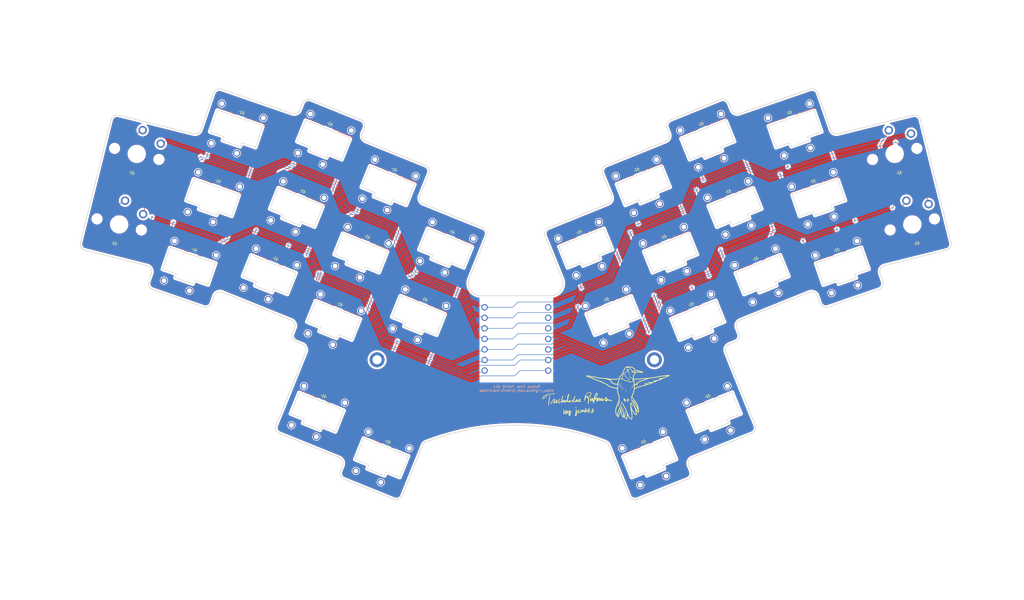
<source format=kicad_pcb>
(kicad_pcb (version 20211014) (generator pcbnew)
  (title_block (title "rufous_splay") (rev "v0.1") (company "Unknown"))
  (layers (0 "F.Cu" signal) (31 "B.Cu" signal) (34 "B.Paste" user) (35 "F.Paste" user) (36 "B.SilkS" user "B.Silkscreen") (37 "F.SilkS" user "F.Silkscreen") (38 "B.Mask" user) (39 "F.Mask" user) (44 "Edge.Cuts" user))
  (net 0 "")
  (net 1 "P2")
  (net 2 "P6")
  (net 3 "P0")
  (net 4 "P4")
  (net 5 "P3")
  (net 6 "P1")
  (net 7 "P5")
  (net 8 "P7")
  (net 9 "P8")
  (net 10 "GND")
  (net 11 "P9")
  (net 12 "P10")
  (net 13 "RAW3V3")
  (net 14 "RAW5V")
  (footprint "trochilidae:ChocMiniSimpleDiode" (layer "F.Cu") (at 157.631625 131.306546 -19)
    (fp_text reference "S4" hide)
    (fp_text value "")
    (fp_line (start -2.25 2.6) (end -5.8 2.6) (layer "Edge.Cuts") (width 0.12))
    (fp_line (start -2.25 2.6) (end -2.25 3.6) (layer "Edge.Cuts") (width 0.12))
    (fp_line (start -5.8 -2.95) (end 5.8 -2.95) (layer "Edge.Cuts") (width 0.12))
    (fp_line (start 5.8 -2.95) (end 5.8 2.6) (layer "Edge.Cuts") (width 0.12))
    (fp_line (start 2.25 3.6) (end 2.25 2.6) (layer "Edge.Cuts") (width 0.12))
    (fp_line (start 2.25 2.6) (end 5.8 2.6) (layer "Edge.Cuts") (width 0.12))
    (fp_line (start -2.25 3.6) (end 2.25 3.6) (layer "Edge.Cuts") (width 0.12))
    (fp_line (start -5.8 2.6) (end -5.8 -2.95) (layer "Edge.Cuts") (width 0.12))
  )
  (footprint "trochilidae:ChocMiniSimpleDiode" (layer "F.Cu") (at 268.002619 144.6471 22)
    (fp_text reference "S25" hide)
    (fp_text value "")
    (fp_line (start 2.25 2.6) (end 5.8 2.6) (layer "Edge.Cuts") (width 0.12))
    (fp_line (start -2.25 2.6) (end -5.8 2.6) (layer "Edge.Cuts") (width 0.12))
    (fp_line (start 2.25 3.6) (end 2.25 2.6) (layer "Edge.Cuts") (width 0.12))
    (fp_line (start -5.8 2.6) (end -5.8 -2.95) (layer "Edge.Cuts") (width 0.12))
    (fp_line (start -2.25 2.6) (end -2.25 3.6) (layer "Edge.Cuts") (width 0.12))
    (fp_line (start 5.8 -2.95) (end 5.8 2.6) (layer "Edge.Cuts") (width 0.12))
    (fp_line (start -2.25 3.6) (end 2.25 3.6) (layer "Edge.Cuts") (width 0.12))
    (fp_line (start -5.8 -2.95) (end 5.8 -2.95) (layer "Edge.Cuts") (width 0.12))
  )
  (footprint "trochilidae:ChocMiniSimpleDiode" (layer "F.Cu") (at 207.187649 159.690184 -22)
    (fp_text reference "S12" hide)
    (fp_text value "")
    (fp_line (start -2.25 2.6) (end -2.25 3.6) (layer "Edge.Cuts") (width 0.12))
    (fp_line (start -5.8 -2.95) (end 5.8 -2.95) (layer "Edge.Cuts") (width 0.12))
    (fp_line (start 5.8 -2.95) (end 5.8 2.6) (layer "Edge.Cuts") (width 0.12))
    (fp_line (start -2.25 2.6) (end -5.8 2.6) (layer "Edge.Cuts") (width 0.12))
    (fp_line (start -5.8 2.6) (end -5.8 -2.95) (layer "Edge.Cuts") (width 0.12))
    (fp_line (start 2.25 2.6) (end 5.8 2.6) (layer "Edge.Cuts") (width 0.12))
    (fp_line (start 2.25 3.6) (end 2.25 2.6) (layer "Edge.Cuts") (width 0.12))
    (fp_line (start -2.25 3.6) (end 2.25 3.6) (layer "Edge.Cuts") (width 0.12))
  )
  (footprint "trochilidae:ChocMiniSimpleDiode" (layer "F.Cu") (at 274.558235 160.872817 22)
    (fp_text reference "S24" hide)
    (fp_text value "")
    (fp_line (start 2.25 2.6) (end 5.8 2.6) (layer "Edge.Cuts") (width 0.12))
    (fp_line (start 2.25 3.6) (end 2.25 2.6) (layer "Edge.Cuts") (width 0.12))
    (fp_line (start -2.25 2.6) (end -2.25 3.6) (layer "Edge.Cuts") (width 0.12))
    (fp_line (start -2.25 2.6) (end -5.8 2.6) (layer "Edge.Cuts") (width 0.12))
    (fp_line (start -2.25 3.6) (end 2.25 3.6) (layer "Edge.Cuts") (width 0.12))
    (fp_line (start 5.8 -2.95) (end 5.8 2.6) (layer "Edge.Cuts") (width 0.12))
    (fp_line (start -5.8 -2.95) (end 5.8 -2.95) (layer "Edge.Cuts") (width 0.12))
    (fp_line (start -5.8 2.6) (end -5.8 -2.95) (layer "Edge.Cuts") (width 0.12))
  )
  (footprint "trochilidae:ChocMiniSimpleDiode" (layer "F.Cu") (at 303.683554 131.306547 19)
    (fp_text reference "S19" hide)
    (fp_text value "")
    (fp_line (start -2.25 2.6) (end -5.8 2.6) (layer "Edge.Cuts") (width 0.12))
    (fp_line (start -5.8 2.6) (end -5.8 -2.95) (layer "Edge.Cuts") (width 0.12))
    (fp_line (start -2.25 3.6) (end 2.25 3.6) (layer "Edge.Cuts") (width 0.12))
    (fp_line (start 2.25 2.6) (end 5.8 2.6) (layer "Edge.Cuts") (width 0.12))
    (fp_line (start 5.8 -2.95) (end 5.8 2.6) (layer "Edge.Cuts") (width 0.12))
    (fp_line (start 2.25 3.6) (end 2.25 2.6) (layer "Edge.Cuts") (width 0.12))
    (fp_line (start -5.8 -2.95) (end 5.8 -2.95) (layer "Edge.Cuts") (width 0.12))
    (fp_line (start -2.25 2.6) (end -2.25 3.6) (layer "Edge.Cuts") (width 0.12))
  )
  (footprint "trochilidae:ChocMiniSimpleDiode" (layer "F.Cu") (at 163.329067 114.759973 -19)
    (fp_text reference "S5" hide)
    (fp_text value "")
    (fp_line (start 2.25 3.6) (end 2.25 2.6) (layer "Edge.Cuts") (width 0.12))
    (fp_line (start 2.25 2.6) (end 5.8 2.6) (layer "Edge.Cuts") (width 0.12))
    (fp_line (start -5.8 2.6) (end -5.8 -2.95) (layer "Edge.Cuts") (width 0.12))
    (fp_line (start -2.25 2.6) (end -5.8 2.6) (layer "Edge.Cuts") (width 0.12))
    (fp_line (start -2.25 3.6) (end 2.25 3.6) (layer "Edge.Cuts") (width 0.12))
    (fp_line (start -5.8 -2.95) (end 5.8 -2.95) (layer "Edge.Cuts") (width 0.12))
    (fp_line (start 5.8 -2.95) (end 5.8 2.6) (layer "Edge.Cuts") (width 0.12))
    (fp_line (start -2.25 2.6) (end -2.25 3.6) (layer "Edge.Cuts") (width 0.12))
  )
  (footprint "trochilidae:ChocMiniSimpleDiode" (layer "F.Cu") (at 184.354171 117.434731 -22)
    (fp_text reference "S8" hide)
    (fp_text value "")
    (fp_line (start -5.8 2.6) (end -5.8 -2.95) (layer "Edge.Cuts") (width 0.12))
    (fp_line (start 2.25 2.6) (end 5.8 2.6) (layer "Edge.Cuts") (width 0.12))
    (fp_line (start -2.25 3.6) (end 2.25 3.6) (layer "Edge.Cuts") (width 0.12))
    (fp_line (start -2.25 2.6) (end -5.8 2.6) (layer "Edge.Cuts") (width 0.12))
    (fp_line (start -2.25 2.6) (end -2.25 3.6) (layer "Edge.Cuts") (width 0.12))
    (fp_line (start 5.8 -2.95) (end 5.8 2.6) (layer "Edge.Cuts") (width 0.12))
    (fp_line (start 2.25 3.6) (end 2.25 2.6) (layer "Edge.Cuts") (width 0.12))
    (fp_line (start -5.8 -2.95) (end 5.8 -2.95) (layer "Edge.Cuts") (width 0.12))
  )
  (footprint "trochilidae:ChocMiniSimpleDiode" (layer "F.Cu") (at 193.312554 144.647097 -22)
    (fp_text reference "S10" hide)
    (fp_text value "")
    (fp_line (start -2.25 3.6) (end 2.25 3.6) (layer "Edge.Cuts") (width 0.12))
    (fp_line (start 2.25 3.6) (end 2.25 2.6) (layer "Edge.Cuts") (width 0.12))
    (fp_line (start 2.25 2.6) (end 5.8 2.6) (layer "Edge.Cuts") (width 0.12))
    (fp_line (start -5.8 -2.95) (end 5.8 -2.95) (layer "Edge.Cuts") (width 0.12))
    (fp_line (start -2.25 2.6) (end -5.8 2.6) (layer "Edge.Cuts") (width 0.12))
    (fp_line (start -5.8 2.6) (end -5.8 -2.95) (layer "Edge.Cuts") (width 0.12))
    (fp_line (start 5.8 -2.95) (end 5.8 2.6) (layer "Edge.Cuts") (width 0.12))
    (fp_line (start -2.25 2.6) (end -2.25 3.6) (layer "Edge.Cuts") (width 0.12))
  )
  (footprint "trochilidae:RufousSilkText" (layer "F.Cu") (at 245.56 180.73)
    (fp_text reference "G***" hide)
    (fp_text value "LOGO" hide)
  )
  (footprint "trochilidae:ChocMiniSimpleDiode" (layer "F.Cu") (at 278.511355 183.003417 22)
    (fp_text reference "S29" hide)
    (fp_text value "")
    (fp_line (start -2.25 3.6) (end 2.25 3.6) (layer "Edge.Cuts") (width 0.12))
    (fp_line (start -5.8 2.6) (end -5.8 -2.95) (layer "Edge.Cuts") (width 0.12))
    (fp_line (start 5.8 -2.95) (end 5.8 2.6) (layer "Edge.Cuts") (width 0.12))
    (fp_line (start -2.25 2.6) (end -5.8 2.6) (layer "Edge.Cuts") (width 0.12))
    (fp_line (start 2.25 3.6) (end 2.25 2.6) (layer "Edge.Cuts") (width 0.12))
    (fp_line (start -2.25 2.6) (end -2.25 3.6) (layer "Edge.Cuts") (width 0.12))
    (fp_line (start 2.25 2.6) (end 5.8 2.6) (layer "Edge.Cuts") (width 0.12))
    (fp_line (start -5.8 -2.95) (end 5.8 -2.95) (layer "Edge.Cuts") (width 0.12))
  )
  (footprint "trochilidae:ChocMiniSimpleDiode" (layer "F.Cu") (at 213.743266 143.464464 -22)
    (fp_text reference "S13" hide)
    (fp_text value "")
    (fp_line (start -5.8 2.6) (end -5.8 -2.95) (layer "Edge.Cuts") (width 0.12))
    (fp_line (start 5.8 -2.95) (end 5.8 2.6) (layer "Edge.Cuts") (width 0.12))
    (fp_line (start -2.25 3.6) (end 2.25 3.6) (layer "Edge.Cuts") (width 0.12))
    (fp_line (start -2.25 2.6) (end -2.25 3.6) (layer "Edge.Cuts") (width 0.12))
    (fp_line (start 2.25 3.6) (end 2.25 2.6) (layer "Edge.Cuts") (width 0.12))
    (fp_line (start -2.25 2.6) (end -5.8 2.6) (layer "Edge.Cuts") (width 0.12))
    (fp_line (start 2.25 2.6) (end 5.8 2.6) (layer "Edge.Cuts") (width 0.12))
    (fp_line (start -5.8 -2.95) (end 5.8 -2.95) (layer "Edge.Cuts") (width 0.12))
  )
  (footprint "trochilidae:ChocMiniSimpleDiode" (layer "F.Cu") (at 182.803819 183.003416 -22)
    (fp_text reference "S14" hide)
    (fp_text value "")
    (fp_line (start -5.8 2.6) (end -5.8 -2.95) (layer "Edge.Cuts") (width 0.12))
    (fp_line (start -2.25 3.6) (end 2.25 3.6) (layer "Edge.Cuts") (width 0.12))
    (fp_line (start 2.25 3.6) (end 2.25 2.6) (layer "Edge.Cuts") (width 0.12))
    (fp_line (start -5.8 -2.95) (end 5.8 -2.95) (layer "Edge.Cuts") (width 0.12))
    (fp_line (start 5.8 -2.95) (end 5.8 2.6) (layer "Edge.Cuts") (width 0.12))
    (fp_line (start 2.25 2.6) (end 5.8 2.6) (layer "Edge.Cuts") (width 0.12))
    (fp_line (start -2.25 2.6) (end -2.25 3.6) (layer "Edge.Cuts") (width 0.12))
    (fp_line (start -2.25 2.6) (end -5.8 2.6) (layer "Edge.Cuts") (width 0.12))
  )
  (footprint "trochilidae:ChocMiniSimpleDiode" (layer "F.Cu") (at 151.934182 147.85312 -19)
    (fp_text reference "S3" hide)
    (fp_text value "")
    (fp_line (start 5.8 -2.95) (end 5.8 2.6) (layer "Edge.Cuts") (width 0.12))
    (fp_line (start 2.25 2.6) (end 5.8 2.6) (layer "Edge.Cuts") (width 0.12))
    (fp_line (start 2.25 3.6) (end 2.25 2.6) (layer "Edge.Cuts") (width 0.12))
    (fp_line (start -2.25 2.6) (end -2.25 3.6) (layer "Edge.Cuts") (width 0.12))
    (fp_line (start -2.25 2.6) (end -5.8 2.6) (layer "Edge.Cuts") (width 0.12))
    (fp_line (start -2.25 3.6) (end 2.25 3.6) (layer "Edge.Cuts") (width 0.12))
    (fp_line (start -5.8 -2.95) (end 5.8 -2.95) (layer "Edge.Cuts") (width 0.12))
    (fp_line (start -5.8 2.6) (end -5.8 -2.95) (layer "Edge.Cuts") (width 0.12))
  )
  (footprint "trochilidae:ChocSimpleDiode" (layer "F.Cu") (at 135.143981 137.643176 -14)
    (fp_text reference "S1" hide)
    (fp_text value "" hide)
  )
  (footprint "trochilidae:ChocMiniSimpleDiode" (layer "F.Cu") (at 247.571914 143.464465 22)
    (fp_text reference "S28" hide)
    (fp_text value "")
    (fp_line (start -5.8 2.6) (end -5.8 -2.95) (layer "Edge.Cuts") (width 0.12))
    (fp_line (start -2.25 2.6) (end -2.25 3.6) (layer "Edge.Cuts") (width 0.12))
    (fp_line (start -5.8 -2.95) (end 5.8 -2.95) (layer "Edge.Cuts") (width 0.12))
    (fp_line (start 2.25 3.6) (end 2.25 2.6) (layer "Edge.Cuts") (width 0.12))
    (fp_line (start -2.25 2.6) (end -5.8 2.6) (layer "Edge.Cuts") (width 0.12))
    (fp_line (start -2.25 3.6) (end 2.25 3.6) (layer "Edge.Cuts") (width 0.12))
    (fp_line (start 5.8 -2.95) (end 5.8 2.6) (layer "Edge.Cuts") (width 0.12))
    (fp_line (start 2.25 2.6) (end 5.8 2.6) (layer "Edge.Cuts") (width 0.12))
  )
  (footprint "trochilidae:XiaoSimpleRouted" (layer "F.Cu") (at 221.90759 175.714464)
    (fp_text reference "")
    (fp_text value "")
  )
  (footprint "trochilidae:ChocMiniSimpleDiode" (layer "F.Cu") (at 276.961004 117.434729 22)
    (fp_text reference "S23" hide)
    (fp_text value "")
    (fp_line (start -2.25 3.6) (end 2.25 3.6) (layer "Edge.Cuts") (width 0.12))
    (fp_line (start 2.25 3.6) (end 2.25 2.6) (layer "Edge.Cuts") (width 0.12))
    (fp_line (start -5.8 -2.95) (end 5.8 -2.95) (layer "Edge.Cuts") (width 0.12))
    (fp_line (start 2.25 2.6) (end 5.8 2.6) (layer "Edge.Cuts") (width 0.12))
    (fp_line (start -2.25 2.6) (end -2.25 3.6) (layer "Edge.Cuts") (width 0.12))
    (fp_line (start -5.8 2.6) (end -5.8 -2.95) (layer "Edge.Cuts") (width 0.12))
    (fp_line (start -2.25 2.6) (end -5.8 2.6) (layer "Edge.Cuts") (width 0.12))
    (fp_line (start 5.8 -2.95) (end 5.8 2.6) (layer "Edge.Cuts") (width 0.12))
  )
  (footprint "trochilidae:ChocMiniSimpleDiode" (layer "F.Cu") (at 177.79856 133.66045 -22)
    (fp_text reference "S7" hide)
    (fp_text value "")
    (fp_line (start -5.8 -2.95) (end 5.8 -2.95) (layer "Edge.Cuts") (width 0.12))
    (fp_line (start -2.25 3.6) (end 2.25 3.6) (layer "Edge.Cuts") (width 0.12))
    (fp_line (start 2.25 2.6) (end 5.8 2.6) (layer "Edge.Cuts") (width 0.12))
    (fp_line (start -2.25 2.6) (end -2.25 3.6) (layer "Edge.Cuts") (width 0.12))
    (fp_line (start 5.8 -2.95) (end 5.8 2.6) (layer "Edge.Cuts") (width 0.12))
    (fp_line (start -2.25 2.6) (end -5.8 2.6) (layer "Edge.Cuts") (width 0.12))
    (fp_line (start 2.25 3.6) (end 2.25 2.6) (layer "Edge.Cuts") (width 0.12))
    (fp_line (start -5.8 2.6) (end -5.8 -2.95) (layer "Edge.Cuts") (width 0.12))
  )
  (footprint "trochilidae:ChocSimpleDiode" (layer "F.Cu") (at 321.937557 120.663004 14)
    (fp_text reference "S17" hide)
    (fp_text value "" hide)
  )
  (footprint "trochilidae:M2MountingHoleSlimSimple" (layer "F.Cu") (at 197.262745 170.240478 -22)
    (fp_text reference "HOLE1" hide)
    (fp_text value "" hide)
  )
  (footprint "trochilidae:ChocMiniSimpleDiode" (layer "F.Cu") (at 309.380998 147.853125 19)
    (fp_text reference "S18" hide)
    (fp_text value "")
    (fp_line (start -2.25 2.6) (end -5.8 2.6) (layer "Edge.Cuts") (width 0.12))
    (fp_line (start -2.25 3.6) (end 2.25 3.6) (layer "Edge.Cuts") (width 0.12))
    (fp_line (start -2.25 2.6) (end -2.25 3.6) (layer "Edge.Cuts") (width 0.12))
    (fp_line (start 2.25 2.6) (end 5.8 2.6) (layer "Edge.Cuts") (width 0.12))
    (fp_line (start 5.8 -2.95) (end 5.8 2.6) (layer "Edge.Cuts") (width 0.12))
    (fp_line (start -5.8 -2.95) (end 5.8 -2.95) (layer "Edge.Cuts") (width 0.12))
    (fp_line (start 2.25 3.6) (end 2.25 2.6) (layer "Edge.Cuts") (width 0.12))
    (fp_line (start -5.8 2.6) (end -5.8 -2.95) (layer "Edge.Cuts") (width 0.12))
  )
  (footprint "trochilidae:ChocMiniSimpleDiode" (layer "F.Cu") (at 171.242948 149.886164 -22)
    (fp_text reference "S6" hide)
    (fp_text value "")
    (fp_line (start -5.8 -2.95) (end 5.8 -2.95) (layer "Edge.Cuts") (width 0.12))
    (fp_line (start -2.25 2.6) (end -2.25 3.6) (layer "Edge.Cuts") (width 0.12))
    (fp_line (start 2.25 3.6) (end 2.25 2.6) (layer "Edge.Cuts") (width 0.12))
    (fp_line (start 5.8 -2.95) (end 5.8 2.6) (layer "Edge.Cuts") (width 0.12))
    (fp_line (start -5.8 2.6) (end -5.8 -2.95) (layer "Edge.Cuts") (width 0.12))
    (fp_line (start 2.25 2.6) (end 5.8 2.6) (layer "Edge.Cuts") (width 0.12))
    (fp_line (start -2.25 2.6) (end -5.8 2.6) (layer "Edge.Cuts") (width 0.12))
    (fp_line (start -2.25 3.6) (end 2.25 3.6) (layer "Edge.Cuts") (width 0.12))
  )
  (footprint "trochilidae:ChocMiniSimpleDiode" (layer "F.Cu") (at 254.127529 159.690182 22)
    (fp_text reference "S27" hide)
    (fp_text value "")
    (fp_line (start 2.25 3.6) (end 2.25 2.6) (layer "Edge.Cuts") (width 0.12))
    (fp_line (start -2.25 2.6) (end -2.25 3.6) (layer "Edge.Cuts") (width 0.12))
    (fp_line (start 5.8 -2.95) (end 5.8 2.6) (layer "Edge.Cuts") (width 0.12))
    (fp_line (start -5.8 -2.95) (end 5.8 -2.95) (layer "Edge.Cuts") (width 0.12))
    (fp_line (start -5.8 2.6) (end -5.8 -2.95) (layer "Edge.Cuts") (width 0.12))
    (fp_line (start 2.25 2.6) (end 5.8 2.6) (layer "Edge.Cuts") (width 0.12))
    (fp_line (start -2.25 2.6) (end -5.8 2.6) (layer "Edge.Cuts") (width 0.12))
    (fp_line (start -2.25 3.6) (end 2.25 3.6) (layer "Edge.Cuts") (width 0.12))
  )
  (footprint "trochilidae:ChocMiniSimpleDiode" (layer "F.Cu") (at 198.317816 193.99007 -22)
    (fp_text reference "S15" hide)
    (fp_text value "")
    (fp_line (start -2.25 3.6) (end 2.25 3.6) (layer "Edge.Cuts") (width 0.12))
    (fp_line (start 2.25 3.6) (end 2.25 2.6) (layer "Edge.Cuts") (width 0.12))
    (fp_line (start -5.8 2.6) (end -5.8 -2.95) (layer "Edge.Cuts") (width 0.12))
    (fp_line (start 2.25 2.6) (end 5.8 2.6) (layer "Edge.Cuts") (width 0.12))
    (fp_line (start -2.25 2.6) (end -5.8 2.6) (layer "Edge.Cuts") (width 0.12))
    (fp_line (start -5.8 -2.95) (end 5.8 -2.95) (layer "Edge.Cuts") (width 0.12))
    (fp_line (start -2.25 2.6) (end -2.25 3.6) (layer "Edge.Cuts") (width 0.12))
    (fp_line (start 5.8 -2.95) (end 5.8 2.6) (layer "Edge.Cuts") (width 0.12))
  )
  (footprint "trochilidae:ChocMiniSimpleDiode" (layer "F.Cu") (at 283.516615 133.660449 22)
    (fp_text reference "S22" hide)
    (fp_text value "")
    (fp_line (start -2.25 2.6) (end -2.25 3.6) (layer "Edge.Cuts") (width 0.12))
    (fp_line (start 2.25 2.6) (end 5.8 2.6) (layer "Edge.Cuts") (width 0.12))
    (fp_line (start 2.25 3.6) (end 2.25 2.6) (layer "Edge.Cuts") (width 0.12))
    (fp_line (start -2.25 2.6) (end -5.8 2.6) (layer "Edge.Cuts") (width 0.12))
    (fp_line (start -2.25 3.6) (end 2.25 3.6) (layer "Edge.Cuts") (width 0.12))
    (fp_line (start -5.8 2.6) (end -5.8 -2.95) (layer "Edge.Cuts") (width 0.12))
    (fp_line (start 5.8 -2.95) (end 5.8 2.6) (layer "Edge.Cuts") (width 0.12))
    (fp_line (start -5.8 -2.95) (end 5.8 -2.95) (layer "Edge.Cuts") (width 0.12))
  )
  (footprint "trochilidae:ChocMiniSimpleDiode" (layer "F.Cu") (at 262.997357 193.990071 22)
    (fp_text reference "S30" hide)
    (fp_text value "")
    (fp_line (start -5.8 -2.95) (end 5.8 -2.95) (layer "Edge.Cuts") (width 0.12))
    (fp_line (start -2.25 3.6) (end 2.25 3.6) (layer "Edge.Cuts") (width 0.12))
    (fp_line (start -5.8 2.6) (end -5.8 -2.95) (layer "Edge.Cuts") (width 0.12))
    (fp_line (start 2.25 3.6) (end 2.25 2.6) (layer "Edge.Cuts") (width 0.12))
    (fp_line (start -2.25 2.6) (end -2.25 3.6) (layer "Edge.Cuts") (width 0.12))
    (fp_line (start -2.25 2.6) (end -5.8 2.6) (layer "Edge.Cuts") (width 0.12))
    (fp_line (start 5.8 -2.95) (end 5.8 2.6) (layer "Edge.Cuts") (width 0.12))
    (fp_line (start 2.25 2.6) (end 5.8 2.6) (layer "Edge.Cuts") (width 0.12))
  )
  (footprint "trochilidae:ChocSimpleDiode" (layer "F.Cu") (at 139.377612 120.663002 -14)
    (fp_text reference "S2" hide)
    (fp_text value "" hide)
  )
  (footprint "trochilidae:ChocMiniSimpleDiode" (layer "F.Cu") (at 199.868168 128.421382 -22)
    (fp_text reference "S11" hide)
    (fp_text value "")
    (fp_line (start -5.8 -2.95) (end 5.8 -2.95) (layer "Edge.Cuts") (width 0.12))
    (fp_line (start -5.8 2.6) (end -5.8 -2.95) (layer "Edge.Cuts") (width 0.12))
    (fp_line (start -2.25 2.6) (end -2.25 3.6) (layer "Edge.Cuts") (width 0.12))
    (fp_line (start 2.25 2.6) (end 5.8 2.6) (layer "Edge.Cuts") (width 0.12))
    (fp_line (start 2.25 3.6) (end 2.25 2.6) (layer "Edge.Cuts") (width 0.12))
    (fp_line (start -2.25 2.6) (end -5.8 2.6) (layer "Edge.Cuts") (width 0.12))
    (fp_line (start -2.25 3.6) (end 2.25 3.6) (layer "Edge.Cuts") (width 0.12))
    (fp_line (start 5.8 -2.95) (end 5.8 2.6) (layer "Edge.Cuts") (width 0.12))
  )
  (footprint "trochilidae:ChocMiniSimpleDiode" (layer "F.Cu") (at 186.756939 160.87282 -22)
    (fp_text reference "S9" hide)
    (fp_text value "")
    (fp_line (start 2.25 2.6) (end 5.8 2.6) (layer "Edge.Cuts") (width 0.12))
    (fp_line (start -2.25 2.6) (end -5.8 2.6) (layer "Edge.Cuts") (width 0.12))
    (fp_line (start -2.25 2.6) (end -2.25 3.6) (layer "Edge.Cuts") (width 0.12))
    (fp_line (start 2.25 3.6) (end 2.25 2.6) (layer "Edge.Cuts") (width 0.12))
    (fp_line (start -5.8 -2.95) (end 5.8 -2.95) (layer "Edge.Cuts") (width 0.12))
    (fp_line (start 5.8 -2.95) (end 5.8 2.6) (layer "Edge.Cuts") (width 0.12))
    (fp_line (start -5.8 2.6) (end -5.8 -2.95) (layer "Edge.Cuts") (width 0.12))
    (fp_line (start -2.25 3.6) (end 2.25 3.6) (layer "Edge.Cuts") (width 0.12))
  )
  (footprint "trochilidae:ChocMiniSimpleDiode" (layer "F.Cu") (at 261.447005 128.421385 22)
    (fp_text reference "S26" hide)
    (fp_text value "")
    (fp_line (start 2.25 2.6) (end 5.8 2.6) (layer "Edge.Cuts") (width 0.12))
    (fp_line (start -2.25 2.6) (end -2.25 3.6) (layer "Edge.Cuts") (width 0.12))
    (fp_line (start 5.8 -2.95) (end 5.8 2.6) (layer "Edge.Cuts") (width 0.12))
    (fp_line (start -2.25 3.6) (end 2.25 3.6) (layer "Edge.Cuts") (width 0.12))
    (fp_line (start -5.8 -2.95) (end 5.8 -2.95) (layer "Edge.Cuts") (width 0.12))
    (fp_line (start -2.25 2.6) (end -5.8 2.6) (layer "Edge.Cuts") (width 0.12))
    (fp_line (start -5.8 2.6) (end -5.8 -2.95) (layer "Edge.Cuts") (width 0.12))
    (fp_line (start 2.25 3.6) (end 2.25 2.6) (layer "Edge.Cuts") (width 0.12))
  )
  (footprint "trochilidae:M2MountingHoleSlimSimple" (layer "F.Cu") (at 264.05243 170.240475 22)
    (fp_text reference "HOLE2" hide)
    (fp_text value "" hide)
  )
  (footprint "trochilidae:ChocMiniSimpleDiode" (layer "F.Cu") (at 290.072232 149.886167 22)
    (fp_text reference "S21" hide)
    (fp_text value "")
    (fp_line (start -2.25 2.6) (end -5.8 2.6) (layer "Edge.Cuts") (width 0.12))
    (fp_line (start -2.25 3.6) (end 2.25 3.6) (layer "Edge.Cuts") (width 0.12))
    (fp_line (start 2.25 2.6) (end 5.8 2.6) (layer "Edge.Cuts") (width 0.12))
    (fp_line (start -5.8 2.6) (end -5.8 -2.95) (layer "Edge.Cuts") (width 0.12))
    (fp_line (start 2.25 3.6) (end 2.25 2.6) (layer "Edge.Cuts") (width 0.12))
    (fp_line (start -5.8 -2.95) (end 5.8 -2.95) (layer "Edge.Cuts") (width 0.12))
    (fp_line (start 5.8 -2.95) (end 5.8 2.6) (layer "Edge.Cuts") (width 0.12))
    (fp_line (start -2.25 2.6) (end -2.25 3.6) (layer "Edge.Cuts") (width 0.12))
  )
  (footprint "trochilidae:ChocSimpleDiode" (layer "F.Cu") (at 326.171195 137.643176 14)
    (fp_text reference "S16" hide)
    (fp_text value "" hide)
  )
  (footprint "trochilidae:ChocMiniSimpleDiode" (layer "F.Cu") (at 297.986106 114.759975 19)
    (fp_text reference "S20" hide)
    (fp_text value "")
    (fp_line (start -2.25 2.6) (end -2.25 3.6) (layer "Edge.Cuts") (width 0.12))
    (fp_line (start -2.25 3.6) (end 2.25 3.6) (layer "Edge.Cuts") (width 0.12))
    (fp_line (start 5.8 -2.95) (end 5.8 2.6) (layer "Edge.Cuts") (width 0.12))
    (fp_line (start 2.25 3.6) (end 2.25 2.6) (layer "Edge.Cuts") (width 0.12))
    (fp_line (start -2.25 2.6) (end -5.8 2.6) (layer "Edge.Cuts") (width 0.12))
    (fp_line (start 2.25 2.6) (end 5.8 2.6) (layer "Edge.Cuts") (width 0.12))
    (fp_line (start -5.8 2.6) (end -5.8 -2.95) (layer "Edge.Cuts") (width 0.12))
    (fp_line (start -5.8 -2.95) (end 5.8 -2.95) (layer "Edge.Cuts") (width 0.12))
  )
  (footprint "trochilidae:RufousSilk" (layer "F.Cu") (at 257.177221 178.134284)
    (fp_text reference "G***" hide)
    (fp_text value "LOGO" hide)
  )
  (gr_arc (start 222.76681 138.481935) (mid 223.585656 139.286614) (end 223.595676 140.434619) (layer "Edge.Cuts") (width 0.15))
  (gr_arc (start 272.334689 195.745036) (mid 272.344706 194.59703) (end 273.163553 193.792351) (layer "Edge.Cuts") (width 0.15))
  (gr_arc (start 133.187739 112.420703) (mid 133.870628 111.497834) (end 135.006071 111.328143) (layer "Edge.Cuts") (width 0.15))
  (gr_line (start 303.332492 154.859422) (end 303.933042 156.603536) (layer "Edge.Cuts") (width 0.15))
  (gr_arc (start 272.849774 197.01991) (mid 272.839756 198.167918) (end 272.020906 198.972597) (layer "Edge.Cuts") (width 0.15))
  (gr_line (start 272.849774 197.01991) (end 272.334689 195.745036) (layer "Edge.Cuts") (width 0.15))
  (gr_line (start 284.410649 163.902658) (end 283.895568 162.627785) (layer "Edge.Cuts") (width 0.15))
  (gr_arc (start 284.410649 163.902658) (mid 284.400631 165.050666) (end 283.581784 165.855348) (layer "Edge.Cuts") (width 0.15))
  (gr_line (start 281.246242 168.416769) (end 288.363769 186.033261) (layer "Edge.Cuts") (width 0.15))
  (gr_line (start 259.967515 203.842483) (end 272.020906 198.972597) (layer "Edge.Cuts") (width 0.15))
  (gr_arc (start 305.839671 157.533465) (mid 304.693761 157.463379) (end 303.933042 156.603536) (layer "Edge.Cuts") (width 0.15))
  (gr_line (start 193.691502 115.679768) (end 194.206586 114.404888) (layer "Edge.Cuts") (width 0.15))
  (gr_arc (start 267.108591 114.404891) (mid 267.118609 113.256885) (end 267.937454 112.452203) (layer "Edge.Cuts") (width 0.15))
  (gr_line (start 279.990846 107.582316) (end 267.937454 112.452203) (layer "Edge.Cuts") (width 0.15))
  (gr_line (start 219.448742 150.698645) (end 223.595676 140.434619) (layer "Edge.Cuts") (width 0.15))
  (gr_line (start 135.006071 111.328143) (end 153.05233 115.82758) (layer "Edge.Cuts") (width 0.15))
  (gr_line (start 238.548365 138.481936) (end 252.919714 132.675531) (layer "Edge.Cuts") (width 0.15))
  (gr_line (start 154.833491 114.860487) (end 157.881109 106.009556) (layer "Edge.Cuts") (width 0.15))
  (gr_arc (start 279.990846 107.582316) (mid 281.138851 107.592335) (end 281.94353 108.411181) (layer "Edge.Cuts") (width 0.15))
  (gr_arc (start 326.309108 111.328144) (mid 327.444547 111.497836) (end 328.127434 112.420703) (layer "Edge.Cuts") (width 0.15))
  (gr_line (start 179.371645 108.411185) (end 178.694794 110.086449) (layer "Edge.Cuts") (width 0.15))
  (gr_line (start 125.809124 142.014722) (end 133.187742 112.420702) (layer "Edge.Cuts") (width 0.15))
  (gr_line (start 319.061334 151.394446) (end 318.410318 149.503745) (layer "Edge.Cuts") (width 0.15))
  (gr_arc (start 308.262846 115.827583) (mid 307.184226 115.690365) (end 306.481688 114.860491) (layer "Edge.Cuts") (width 0.15))
  (gr_line (start 273.163553 193.792351) (end 287.534905 187.985949) (layer "Edge.Cuts") (width 0.15))
  (gr_line (start 253.09916 190.846895) (end 258.014833 203.013616) (layer "Edge.Cuts") (width 0.15))
  (gr_arc (start 193.377721 112.452201) (mid 194.19657 113.25688) (end 194.206586 114.404888) (layer "Edge.Cuts") (width 0.15))
  (gr_arc (start 222.230294 154.822467) (mid 219.743179 153.500045) (end 219.448742 150.698645) (layer "Edge.Cuts") (width 0.15))
  (gr_line (start 222.230294 154.822467) (end 239.08488 154.822465) (layer "Edge.Cuts") (width 0.15))
  (gr_arc (start 241.866432 150.698646) (mid 241.571994 153.500046) (end 239.08488 154.822465) (layer "Edge.Cuts") (width 0.15))
  (gr_arc (start 173.780269 187.985946) (mid 172.96142 187.181268) (end 172.951409 186.033261) (layer "Edge.Cuts") (width 0.15))
  (gr_line (start 159.962871 153.957003) (end 176.590747 160.675099) (layer "Edge.Cuts") (width 0.15))
  (gr_line (start 126.901685 143.833049) (end 141.849464 147.559952) (layer "Edge.Cuts") (width 0.15))
  (gr_line (start 194.52037 117.632455) (end 208.89172 123.438855) (layer "Edge.Cuts") (width 0.15))
  (gr_line (start 319.465713 147.559951) (end 334.413495 143.833049) (layer "Edge.Cuts") (width 0.15))
  (gr_arc (start 301.527434 105.079626) (mid 302.673346 105.149713) (end 303.434068 106.009554) (layer "Edge.Cuts") (width 0.15))
  (gr_line (start 282.620377 110.086445) (end 281.94353 108.411181) (layer "Edge.Cuts") (width 0.15))
  (gr_arc (start 259.967515 203.842483) (mid 258.819509 203.832464) (end 258.014833 203.013616) (layer "Edge.Cuts") (width 0.15))
  (gr_line (start 267.108591 114.40489) (end 267.623674 115.679761) (layer "Edge.Cuts") (width 0.15))
  (gr_arc (start 143.183768 153.301079) (mid 142.323927 152.540358) (end 142.253839 151.394448) (layer "Edge.Cuts") (width 0.15))
  (gr_line (start 203.300344 203.013619) (end 208.21602 190.846896) (layer "Edge.Cuts") (width 0.15))
  (gr_arc (start 281.246246 168.416769) (mid 281.256263 167.268763) (end 282.075113 166.464087) (layer "Edge.Cuts") (width 0.15))
  (gr_line (start 252.42346 123.438856) (end 266.794803 117.632454) (layer "Edge.Cuts") (width 0.15))
  (gr_arc (start 267.623674 115.679761) (mid 267.613657 116.827774) (end 266.794803 117.632454) (layer "Edge.Cuts") (width 0.15))
  (gr_line (start 208.395463 132.675534) (end 222.766811 138.481934) (layer "Edge.Cuts") (width 0.15))
  (gr_arc (start 288.363771 186.03326) (mid 288.353753 187.181268) (end 287.534905 187.985949) (layer "Edge.Cuts") (width 0.15))
  (gr_arc (start 176.59074 160.675099) (mid 177.409587 161.479774) (end 177.419612 162.627778) (layer "Edge.Cuts") (width 0.15))
  (gr_arc (start 157.382136 156.603538) (mid 156.621416 157.463377) (end 155.475507 157.533462) (layer "Edge.Cuts") (width 0.15))
  (gr_arc (start 203.300344 203.013619) (mid 202.495666 203.832465) (end 201.347661 203.842484) (layer "Edge.Cuts") (width 0.15))
  (gr_arc (start 157.88111 106.009553) (mid 158.641833 105.149716) (end 159.787742 105.079631) (layer "Edge.Cuts") (width 0.15))
  (gr_arc (start 208.89172 123.438855) (mid 209.710566 124.243536) (end 209.720584 125.391543) (layer "Edge.Cuts") (width 0.15))
  (gr_line (start 173.780273 187.985948) (end 188.151623 193.792353) (layer "Edge.Cuts") (width 0.15))
  (gr_arc (start 189.294269 198.972599) (mid 188.47542 198.16792) (end 188.465406 197.019912) (layer "Edge.Cuts") (width 0.15))
  (gr_line (start 172.951409 186.033261) (end 180.068929 168.416766) (layer "Edge.Cuts") (width 0.15))
  (gr_line (start 207.566595 130.722849) (end 209.720584 125.391543) (layer "Edge.Cuts") (width 0.15))
  (gr_arc (start 283.895568 162.62778) (mid 283.905588 161.479777) (end 284.72443 160.675098) (layer "Edge.Cuts") (width 0.15))
  (gr_line (start 284.499509 110.942817) (end 301.527434 105.079626) (layer "Edge.Cuts") (width 0.15))
  (gr_line (start 159.787742 105.079631) (end 176.815666 110.942816) (layer "Edge.Cuts") (width 0.15))
  (gr_arc (start 141.849463 147.55995) (mid 142.804808 148.299652) (end 142.904856 149.503742) (layer "Edge.Cuts") (width 0.15))
  (gr_arc (start 208.395463 132.675534) (mid 207.576616 131.870855) (end 207.566595 130.722849) (layer "Edge.Cuts") (width 0.15))
  (gr_arc (start 318.410315 149.503748) (mid 318.510368 148.299656) (end 319.465713 147.559951) (layer "Edge.Cuts") (width 0.15))
  (gr_line (start 188.980492 195.745036) (end 188.465406 197.019912) (layer "Edge.Cuts") (width 0.15))
  (gr_arc (start 237.7195 140.434624) (mid 237.729518 139.286617) (end 238.548365 138.481936) (layer "Edge.Cuts") (width 0.15))
  (gr_line (start 282.075113 166.464087) (end 283.581784 165.855348) (layer "Edge.Cuts") (width 0.15))
  (gr_arc (start 209.067034 190.009287) (mid 230.65759 185.990068) (end 252.248145 190.009289) (layer "Edge.Cuts") (width 0.15))
  (gr_line (start 237.7195 140.434624) (end 241.866431 150.69865) (layer "Edge.Cuts") (width 0.15))
  (gr_arc (start 319.061334 151.394446) (mid 318.991248 152.540356) (end 318.131408 153.301077) (layer "Edge.Cuts") (width 0.15))
  (gr_line (start 308.262846 115.827583) (end 326.30911 111.328142) (layer "Edge.Cuts") (width 0.15))
  (gr_arc (start 194.52037 117.632455) (mid 193.701522 116.827775) (end 193.691502 115.679768) (layer "Edge.Cuts") (width 0.15))
  (gr_arc (start 208.21602 190.846896) (mid 208.554589 190.339761) (end 209.067035 190.009288) (layer "Edge.Cuts") (width 0.15))
  (gr_arc (start 177.733393 165.855346) (mid 176.914547 165.050668) (end 176.904528 163.902663) (layer "Edge.Cuts") (width 0.15))
  (gr_line (start 305.839672 157.533462) (end 318.131408 153.301077) (layer "Edge.Cuts") (width 0.15))
  (gr_line (start 142.904856 149.503742) (end 142.253839 151.394448) (layer "Edge.Cuts") (width 0.15))
  (gr_line (start 189.294269 198.972599) (end 201.347661 203.842484) (layer "Edge.Cuts") (width 0.15))
  (gr_line (start 143.183768 153.301079) (end 155.475507 157.533462) (layer "Edge.Cuts") (width 0.15))
  (gr_arc (start 301.352307 153.956999) (mid 302.536256 153.982832) (end 303.332492 154.859422) (layer "Edge.Cuts") (width 0.15))
  (gr_line (start 328.127434 112.420703) (end 335.506051 142.014722) (layer "Edge.Cuts") (width 0.15))
  (gr_line (start 193.377721 112.452201) (end 181.32433 107.58232) (layer "Edge.Cuts") (width 0.15))
  (gr_arc (start 188.151623 193.792353) (mid 188.970465 194.597033) (end 188.980492 195.745036) (layer "Edge.Cuts") (width 0.15))
  (gr_arc (start 179.240064 166.464081) (mid 180.058912 167.26876) (end 180.068929 168.416766) (layer "Edge.Cuts") (width 0.15))
  (gr_arc (start 126.901687 143.833048) (mid 125.978819 143.150161) (end 125.809124 142.014722) (layer "Edge.Cuts") (width 0.15))
  (gr_arc (start 252.248145 190.009289) (mid 252.760589 190.339763) (end 253.09916 190.846895) (layer "Edge.Cuts") (width 0.15))
  (gr_line (start 251.594594 125.391542) (end 253.748578 130.722847) (layer "Edge.Cuts") (width 0.15))
  (gr_line (start 303.434068 106.009554) (end 306.481688 114.860491) (layer "Edge.Cuts") (width 0.15))
  (gr_arc (start 179.371645 108.411185) (mid 180.176323 107.592336) (end 181.32433 107.58232) (layer "Edge.Cuts") (width 0.15))
  (gr_line (start 177.419612 162.627778) (end 176.904528 163.902663) (layer "Edge.Cuts") (width 0.15))
  (gr_arc (start 178.694794 110.086449) (mid 177.926058 110.889481) (end 176.815666 110.942816) (layer "Edge.Cuts") (width 0.15))
  (gr_arc (start 154.833487 114.860487) (mid 154.130949 115.69036) (end 153.05233 115.82758) (layer "Edge.Cuts") (width 0.15))
  (gr_arc (start 284.499509 110.942817) (mid 283.389114 110.889481) (end 282.620377 110.086445) (layer "Edge.Cuts") (width 0.15))
  (gr_arc (start 251.59459 125.39154) (mid 251.604612 124.243534) (end 252.42346 123.438856) (layer "Edge.Cuts") (width 0.15))
  (gr_arc (start 157.982683 154.859422) (mid 158.77892 153.982831) (end 159.962871 153.957003) (layer "Edge.Cuts") (width 0.15))
  (gr_arc (start 253.748578 130.722847) (mid 253.738561 131.870853) (end 252.919714 132.675531) (layer "Edge.Cuts") (width 0.15))
  (gr_line (start 157.382135 156.603541) (end 157.982682 154.859422) (layer "Edge.Cuts") (width 0.15))
  (gr_line (start 284.72443 160.675098) (end 301.352302 153.957001) (layer "Edge.Cuts") (width 0.15))
  (gr_arc (start 335.506051 142.014722) (mid 335.33636 143.150161) (end 334.413495 143.833049) (layer "Edge.Cuts") (width 0.15))
  (gr_line (start 177.733393 165.855346) (end 179.240068 166.464084) (layer "Edge.Cuts") (width 0.15))
  (gr_text "Rufous Choc Hybrid v0.1\nhttps://github.com/jcmkk3/trochilidae" (at 230.85 177.17) (layer "B.SilkS") (effects (font (size 0.6 0.6) (thickness 0.1)) (justify mirror)))
  (segment (start 170.592578 136.249564) (end 171.641563 136.673386) (width 0.13) (layer "F.Cu") (net 1))
  (segment (start 199.214696 160.467006) (end 199.984441 162.280425) (width 0.13) (layer "F.Cu") (net 1))
  (segment (start 142.913055 127.151121) (end 142.912904 127.151555) (width 0.13) (layer "F.Cu") (net 1))
  (segment (start 265.666614 151.091435) (end 264.779376 151.449901) (width 0.13) (layer "F.Cu") (net 1))
  (segment (start 262.697725 150.566296) (end 264.779376 151.449901) (width 0.13) (layer "F.Cu") (net 1))
  (segment (start 154.81657 121.345391) (end 142.913055 127.151121) (width 0.13) (layer "F.Cu") (net 1))
  (segment (start 169.846583 134.49213) (end 170.592578 136.249564) (width 0.13) (layer "F.Cu") (net 1))
  (segment (start 140.914765 135.165661) (end 142.912904 127.151555) (width 0.13) (layer "F.Cu") (net 1))
  (segment (start 176.302792 123.878073) (end 173.686193 124.988754) (width 0.13) (layer "F.Cu") (net 1))
  (segment (start 294.346245 125.498999) (end 298.412593 137.308524) (width 0.13) (layer "F.Cu") (net 1))
  (segment (start 301.013473 137.619796) (end 299.862997 138.015936) (width 0.13) (layer "F.Cu") (net 1))
  (segment (start 262.697725 150.566296) (end 258.224921 139.495718) (width 0.13) (layer "F.Cu") (net 1))
  (segment (start 199.984441 162.280425) (end 201.030654 162.703122) (width 0.13) (layer "F.Cu") (net 1))
  (segment (start 173.686193 124.988754) (end 169.846583 134.49213) (width 0.13) (layer "F.Cu") (net 1))
  (segment (start 205.658447 149.910477) (end 203.028834 151.026683) (width 0.13) (layer "F.Cu") (net 1))
  (segment (start 203.028834 151.026683) (end 199.214696 160.467006) (width 0.13) (layer "F.Cu") (net 1))
  (segment (start 298.412593 137.308524) (end 299.862997 138.015936) (width 0.13) (layer "F.Cu") (net 1))
  (via (at 176.302792 123.878073) (size 0.4) (drill 0.2) (layers "F.Cu" "B.Cu") (net 1))
  (via (at 154.81657 121.345391) (size 0.4) (drill 0.2) (layers "F.Cu" "B.Cu") (net 1))
  (via (at 258.224921 139.495718) (size 0.4) (drill 0.2) (layers "F.Cu" "B.Cu") (net 1))
  (via (at 294.346245 125.498999) (size 0.4) (drill 0.2) (layers "F.Cu" "B.Cu") (net 1))
  (via (at 205.658447 149.910477) (size 0.4) (drill 0.2) (layers "F.Cu" "B.Cu") (net 1))
  (segment (start 217.888006 154.851537) (end 220.806323 161.726676) (width 0.13) (layer "B.Cu") (net 1))
  (segment (start 154.823551 121.341983) (end 154.81657 121.345391) (width 0.13) (layer "B.Cu") (net 1))
  (segment (start 176.302792 123.878073) (end 186.817057 128.126115) (width 0.13) (layer "B.Cu") (net 1))
  (segment (start 274.154091 128.282007) (end 271.706174 134.048939) (width 0.13) (layer "B.Cu") (net 1))
  (segment (start 176.302792 123.878073) (end 174.865658 123.297436) (width 0.13) (layer "B.Cu") (net 1))
  (segment (start 189.237343 133.827956) (end 200.817872 138.506793) (width 0.13) (layer "B.Cu") (net 1))
  (segment (start 271.706174 134.048939) (end 258.224921 139.495718) (width 0.13) (layer "B.Cu") (net 1))
  (segment (start 168.434814 126.027171) (end 154.824031 121.340599) (width 0.13) (layer "B.Cu") (net 1))
  (segment (start 244.286645 159.374773) (end 239.257591 161.406643) (width 0.13) (layer "B.Cu") (net 1))
  (segment (start 200.817872 138.506793) (end 205.658447 149.910477) (width 0.13) (layer "B.Cu") (net 1))
  (segment (start 291.916695 126.33556) (end 291.905479 126.330089) (width 0.13) (layer "B.Cu") (net 1))
  (segment (start 186.817057 128.126115) (end 189.237343 133.827956) (width 0.13) (layer "B.Cu") (net 1))
  (segment (start 253.445128 150.756209) (end 246.80649 153.438389) (width 0.13) (layer "B.Cu") (net 1))
  (segment (start 285.604813 123.655614) (end 274.154091 128.282007) (width 0.13) (layer "B.Cu") (net 1))
  (segment (start 220.806323 161.726676) (end 223.157587 162.676641) (width 0.13) (layer "B.Cu") (net 1))
  (segment (start 205.658447 149.910477) (end 217.888006 154.851537) (width 0.13) (layer "B.Cu") (net 1))
  (segment (start 246.80649 153.438389) (end 244.286645 159.374773) (width 0.13) (layer "B.Cu") (net 1))
  (segment (start 258.224921 139.495718) (end 253.445128 150.756209) (width 0.13) (layer "B.Cu") (net 1))
  (segment (start 168.434814 126.027171) (end 174.865658 123.297436) (width 0.13) (layer "B.Cu") (net 1))
  (segment (start 294.346245 125.498999) (end 291.916695 126.33556) (width 0.13) (layer "B.Cu") (net 1))
  (segment (start 291.905479 126.330089) (end 285.604813 123.655614) (width 0.13) (layer "B.Cu") (net 1))
  (segment (start 154.824031 121.340599) (end 154.823551 121.341983) (width 0.13) (layer "B.Cu") (net 1))
  (segment (start 174.383603 146.517377) (end 175.929377 142.691452) (width 0.13) (layer "F.Cu") (net 2))
  (segment (start 138.711289 143.37649) (end 141.618911 141.629418) (width 0.13) (layer "F.Cu") (net 2))
  (segment (start 160.591673 127.778003) (end 161.141204 128.90471) (width 0.13) (layer "F.Cu") (net 2))
  (segment (start 139.841571 125.622563) (end 140.793823 127.207378) (width 0.13) (layer "F.Cu") (net 2))
  (segment (start 141.618911 141.629418) (end 143.063184 135.836749) (width 0.13) (layer "F.Cu") (net 2))
  (segment (start 161.066909 141.359051) (end 164.690483 130.83543) (width 0.13) (layer "F.Cu") (net 2))
  (segment (start 135.607938 142.602737) (end 138.711289 143.37649) (width 0.13) (layer "F.Cu") (net 2))
  (segment (start 140.793823 127.207378) (end 137.192752 141.650485) (width 0.13) (layer "F.Cu") (net 2))
  (segment (start 164.690483 130.83543) (end 170.384669 114.298312) (width 0.13) (layer "F.Cu") (net 2))
  (segment (start 154.894231 144.324578) (end 154.94842 144.34324) (width 0.13) (layer "F.Cu") (net 2))
  (segment (start 137.192752 141.650485) (end 135.607938 142.602737) (width 0.13) (layer "F.Cu") (net 2))
  (segment (start 166.826244 112.332712) (end 166.289113 111.23143) (width 0.13) (layer "F.Cu") (net 2))
  (segment (start 164.275114 129.983803) (end 164.690483 130.83543) (width 0.13) (layer "F.Cu") (net 2))
  (segment (start 170.384669 114.298312) (end 169.950704 113.40855) (width 0.13) (layer "F.Cu") (net 2))
  (segment (start 160.253413 141.755819) (end 161.066909 141.359051) (width 0.13) (layer "F.Cu") (net 2))
  (segment (start 154.94842 144.34324) (end 160.253413 141.755819) (width 0.13) (layer "F.Cu") (net 2))
  (segment (start 175.929377 142.691452) (end 175.929531 142.691388) (width 0.13) (layer "F.Cu") (net 2))
  (segment (start 161.141204 128.90471) (end 164.275114 129.983803) (width 0.13) (layer "F.Cu") (net 2))
  (segment (start 169.950704 113.40855) (end 166.826244 112.332712) (width 0.13) (layer "F.Cu") (net 2))
  (via (at 160.253413 141.755819) (size 0.4) (drill 0.2) (layers "F.Cu" "B.Cu") (net 2))
  (via (at 143.063184 135.836749) (size 0.4) (drill 0.2) (layers "F.Cu" "B.Cu") (net 2))
  (via (at 175.929531 142.691388) (size 0.4) (drill 0.2) (layers "F.Cu" "B.Cu") (net 2))
  (segment (start 167.251767 139.185344) (end 160.768927 141.93715) (width 0.13) (layer "B.Cu") (net 2))
  (segment (start 160.768927 141.93715) (end 160.255651 141.760414) (width 0.13) (layer "B.Cu") (net 2))
  (segment (start 183.058136 150.273945) (end 180.648897 144.598135) (width 0.13) (layer "B.Cu") (net 2))
  (segment (start 175.929531 142.691388) (end 167.251767 139.185344) (width 0.13) (layer "B.Cu") (net 2))
  (segment (start 219.406156 174.429034) (end 198.998878 166.183959) (width 0.13) (layer "B.Cu") (net 2))
  (segment (start 160.253413 141.755819) (end 143.063184 135.836749) (width 0.13) (layer "B.Cu") (net 2))
  (segment (start 194.14725 154.754241) (end 183.058136 150.273945) (width 0.13) (layer "B.Cu") (net 2))
  (segment (start 180.648897 144.598135) (end 175.929531 142.691388) (width 0.13) (layer "B.Cu") (net 2))
  (segment (start 223.157587 172.836643) (end 219.406156 174.429034) (width 0.13) (layer "B.Cu") (net 2))
  (segment (start 160.255651 141.760414) (end 160.253413 141.755819) (width 0.13) (layer "B.Cu") (net 2))
  (segment (start 198.998878 166.183959) (end 194.14725 154.754241) (width 0.13) (layer "B.Cu") (net 2))
  (segment (start 296.242847 123.76489) (end 296.245591 123.766228) (width 0.13) (layer "F.Cu") (net 3))
  (segment (start 177.117694 123.119497) (end 177.122447 123.130702) (width 0.13) (layer "F.Cu") (net 3))
  (segment (start 207.586272 146.477404) (end 206.505949 149.151284) (width 0.13) (layer "F.Cu") (net 3))
  (segment (start 295.316028 121.07322) (end 296.242847 123.76489) (width 0.13) (layer "F.Cu") (net 3))
  (segment (start 206.505949 149.151284) (end 206.504141 149.152056) (width 0.13) (layer "F.Cu") (net 3))
  (segment (start 178.197178 120.447673) (end 177.117694 123.119497) (width 0.13) (layer "F.Cu") (net 3))
  (segment (start 260.181217 137.514602) (end 260.186443 137.516824) (width 0.13) (layer "F.Cu") (net 3))
  (segment (start 259.110998 134.865719) (end 260.181217 137.514602) (width 0.13) (layer "F.Cu") (net 3))
  (via (at 296.245591 123.766228) (size 0.4) (drill 0.2) (layers "F.Cu" "B.Cu") (net 3))
  (via (at 260.186443 137.516824) (size 0.4) (drill 0.2) (layers "F.Cu" "B.Cu") (net 3))
  (via (at 206.504141 149.152056) (size 0.4) (drill 0.2) (layers "F.Cu" "B.Cu") (net 3))
  (via (at 177.122447 123.130702) (size 0.4) (drill 0.2) (layers "F.Cu" "B.Cu") (net 3))
  (segment (start 190.140449 133.114299) (end 201.674612 137.774405) (width 0.13) (layer "B.Cu") (net 3))
  (segment (start 273.517906 127.428152) (end 271.108668 133.103958) (width 0.13) (layer "B.Cu") (net 3))
  (segment (start 246.172273 152.616094) (end 245.702541 153.722714) (width 0.13) (layer "B.Cu") (net 3))
  (segment (start 174.748857 122.171709) (end 168.27896 124.918016) (width 0.13) (layer "B.Cu") (net 3))
  (segment (start 252.885083 149.903943) (end 246.172273 152.616094) (width 0.13) (layer "B.Cu") (net 3))
  (segment (start 260.186443 137.516824) (end 257.720135 138.513276) (width 0.13) (layer "B.Cu") (net 3))
  (segment (start 257.720135 138.513276) (end 252.885083 149.903943) (width 0.13) (layer "B.Cu") (net 3))
  (segment (start 245.702541 153.722714) (end 239.257589 156.326646) (width 0.13) (layer "B.Cu") (net 3))
  (segment (start 146.629007 117.463341) (end 145.1484 118.185491) (width 0.13) (layer "B.Cu") (net 3))
  (segment (start 206.504141 149.152056) (end 218.631705 154.051907) (width 0.13) (layer "B.Cu") (net 3))
  (segment (start 201.674612 137.774405) (end 206.504141 149.152056) (width 0.13) (layer "B.Cu") (net 3))
  (segment (start 218.631705 154.051907) (end 219.510965 156.12331) (width 0.13) (layer "B.Cu") (net 3))
  (segment (start 168.27896 124.918016) (end 146.629007 117.463341) (width 0.13) (layer "B.Cu") (net 3))
  (segment (start 219.510965 156.12331) (end 223.157588 157.596645) (width 0.13) (layer "B.Cu") (net 3))
  (segment (start 271.108668 133.103958) (end 260.186443 137.516824) (width 0.13) (layer "B.Cu") (net 3))
  (segment (start 291.846114 125.275539) (end 285.506394 122.584488) (width 0.13) (layer "B.Cu") (net 3))
  (segment (start 177.122447 123.130702) (end 187.720157 127.412456) (width 0.13) (layer "B.Cu") (net 3))
  (segment (start 177.122447 123.130702) (end 174.748857 122.171709) (width 0.13) (layer "B.Cu") (net 3))
  (segment (start 285.506394 122.584488) (end 273.517906 127.428152) (width 0.13) (layer "B.Cu") (net 3))
  (segment (start 291.852785 125.278792) (end 291.846114 125.275539) (width 0.13) (layer "B.Cu") (net 3))
  (segment (start 296.245591 123.766228) (end 291.852785 125.278792) (width 0.13) (layer "B.Cu") (net 3))
  (segment (start 187.720157 127.412456) (end 190.140449 133.114299) (width 0.13) (layer "B.Cu") (net 3))
  (segment (start 279.962261 143.698821) (end 284.948276 156.039639) (width 0.13) (layer "F.Cu") (net 4))
  (segment (start 191.151699 196.595295) (end 192.160822 197.00301) (width 0.13) (layer "F.Cu") (net 4))
  (segment (start 178.827429 161.679612) (end 179.59082 163.478046) (width 0.13) (layer "F.Cu") (net 4))
  (segment (start 183.761 149.4686) (end 178.827429 161.679612) (width 0.13) (layer "F.Cu") (net 4))
  (segment (start 148.206296 137.089432) (end 144.056653 149.140877) (width 0.13) (layer "F.Cu") (net 4))
  (segment (start 144.873578 150.815824) (end 145.94331 151.184164) (width 0.13) (layer "F.Cu") (net 4))
  (segment (start 179.59082 163.478046) (end 180.599948 163.885757) (width 0.13) (layer "F.Cu") (net 4))
  (segment (start 202.155311 165.765941) (end 190.407649 194.842425) (width 0.13) (layer "F.Cu") (net 4))
  (segment (start 286.658921 156.765763) (end 287.736224 156.330502) (width 0.13) (layer "F.Cu") (net 4))
  (segment (start 144.056653 149.140877) (end 144.873578 150.815824) (width 0.13) (layer "F.Cu") (net 4))
  (segment (start 190.407649 194.842425) (end 191.151699 196.595295) (width 0.13) (layer "F.Cu") (net 4))
  (segment (start 279.967787 143.685803) (end 279.962261 143.698821) (width 0.13) (layer "F.Cu") (net 4))
  (segment (start 284.948276 156.039639) (end 286.658921 156.765763) (width 0.13) (layer "F.Cu") (net 4))
  (segment (start 183.755472 149.455584) (end 183.761 149.4686) (width 0.13) (layer "F.Cu") (net 4))
  (via (at 148.206296 137.089432) (size 0.4) (drill 0.2) (layers "F.Cu" "B.Cu") (net 4))
  (via (at 202.155311 165.765941) (size 0.4) (drill 0.2) (layers "F.Cu" "B.Cu") (net 4))
  (via (at 183.755472 149.455584) (size 0.4) (drill 0.2) (layers "F.Cu" "B.Cu") (net 4))
  (via (at 279.967787 143.685803) (size 0.4) (drill 0.2) (layers "F.Cu" "B.Cu") (net 4))
  (segment (start 168.028807 138.409969) (end 181.351764 143.792793) (width 0.13) (layer "B.Cu") (net 4))
  (segment (start 202.155311 165.765941) (end 215.318412 171.084177) (width 0.13) (layer "B.Cu") (net 4))
  (segment (start 251.277738 169.416927) (end 241.879152 165.427464) (width 0.13) (layer "B.Cu") (net 4))
  (segment (start 264.657864 154.616965) (end 259.844916 165.955562) (width 0.13) (layer "B.Cu") (net 4))
  (segment (start 148.206296 137.089432) (end 160.868496 141.449375) (width 0.13) (layer "B.Cu") (net 4))
  (segment (start 277.536447 149.413681) (end 264.657864 154.616965) (width 0.13) (layer "B.Cu") (net 4))
  (segment (start 199.633374 164.747011) (end 195.091188 154.046295) (width 0.13) (layer "B.Cu") (net 4))
  (segment (start 160.869038 141.449113) (end 168.028807 138.409969) (width 0.13) (layer "B.Cu") (net 4))
  (segment (start 259.844916 165.955562) (end 251.277738 169.416927) (width 0.13) (layer "B.Cu") (net 4))
  (segment (start 215.318412 171.084177) (end 223.157586 167.756647) (width 0.13) (layer "B.Cu") (net 4))
  (segment (start 279.967787 143.685803) (end 277.536447 149.413681) (width 0.13) (layer "B.Cu") (net 4))
  (segment (start 181.351764 143.792793) (end 183.755472 149.455584) (width 0.13) (layer "B.Cu") (net 4))
  (segment (start 183.761 149.4686) (end 183.755472 149.455584) (width 0.13) (layer "B.Cu") (net 4))
  (segment (start 241.879152 165.427464) (end 239.257589 166.486645) (width 0.13) (layer "B.Cu") (net 4))
  (segment (start 160.868496 141.449375) (end 160.869038 141.449113) (width 0.13) (layer "B.Cu") (net 4))
  (segment (start 195.091188 154.046295) (end 183.761 149.4686) (width 0.13) (layer "B.Cu") (net 4))
  (segment (start 202.155311 165.765941) (end 199.633374 164.747011) (width 0.13) (layer "B.Cu") (net 4))
  (segment (start 322.149216 117.865608) (end 327.140985 120.864968) (width 0.13) (layer "F.Cu") (net 5))
  (segment (start 185.349141 145.533784) (end 186.064582 147.219258) (width 0.13) (layer "F.Cu") (net 5))
  (segment (start 274.22076 129.30125) (end 274.215235 129.314267) (width 0.13) (layer "F.Cu") (net 5))
  (segment (start 191.16402 135.145653) (end 191.160277 135.154921) (width 0.13) (layer "F.Cu") (net 5))
  (segment (start 274.215235 129.314267) (end 278.47826 139.865619) (width 0.13) (layer "F.Cu") (net 5))
  (segment (start 249.003659 165.870579) (end 245.60598 157.461021) (width 0.13) (layer "F.Cu") (net 5))
  (segment (start 189.207593 135.983789) (end 185.349141 145.533784) (width 0.13) (layer "F.Cu") (net 5))
  (segment (start 186.064582 147.219258) (end 187.15556 147.660038) (width 0.13) (layer "F.Cu") (net 5))
  (segment (start 280.084753 140.547537) (end 281.180607 140.104782) (width 0.13) (layer "F.Cu") (net 5))
  (segment (start 251.791522 166.134517) (end 250.681764 166.58289) (width 0.13) (layer "F.Cu") (net 5))
  (segment (start 150.482835 134.238891) (end 151.640749 134.637589) (width 0.13) (layer "F.Cu") (net 5))
  (segment (start 155.090172 121.973917) (end 153.119988 122.934841) (width 0.13) (layer "F.Cu") (net 5))
  (segment (start 245.60598 157.461021) (end 245.611504 157.448003) (width 0.13) (layer "F.Cu") (net 5))
  (segment (start 153.119988 122.934841) (end 149.747103 132.730414) (width 0.13) (layer "F.Cu") (net 5))
  (segment (start 330.103371 132.746441) (end 327.140985 120.864968) (width 0.13) (layer "F.Cu") (net 5))
  (segment (start 278.47826 139.865619) (end 280.084753 140.547537) (width 0.13) (layer "F.Cu") (net 5))
  (segment (start 250.681764 166.58289) (end 249.003659 165.870579) (width 0.13) (layer "F.Cu") (net 5))
  (segment (start 149.747103 132.730414) (end 150.482835 134.238891) (width 0.13) (layer "F.Cu") (net 5))
  (segment (start 191.160277 135.154921) (end 189.207593 135.983789) (width 0.13) (layer "F.Cu") (net 5))
  (via (at 322.149216 117.865608) (size 0.4) (drill 0.2) (layers "F.Cu" "B.Cu") (net 5))
  (via (at 245.611504 157.448003) (size 0.4) (drill 0.2) (layers "F.Cu" "B.Cu") (net 5))
  (via (at 274.22076 129.30125) (size 0.4) (drill 0.2) (layers "F.Cu" "B.Cu") (net 5))
  (via (at 155.090172 121.973917) (size 0.4) (drill 0.2) (layers "F.Cu" "B.Cu") (net 5))
  (via (at 191.16402 135.145653) (size 0.4) (drill 0.2) (layers "F.Cu" "B.Cu") (net 5))
  (segment (start 307.221986 121.586449) (end 322.148112 117.864947) (width 0.13) (layer "B.Cu") (net 5))
  (segment (start 291.875784 126.870567) (end 307.221986 121.586449) (width 0.13) (layer "B.Cu") (net 5))
  (segment (start 285.562101 124.190568) (end 291.875784 126.870567) (width 0.13) (layer "B.Cu") (net 5))
  (segment (start 174.901558 123.851205) (end 168.477947 126.577863) (width 0.13) (layer "B.Cu") (net 5))
  (segment (start 274.22076 129.30125) (end 274.491525 128.663369) (width 0.13) (layer "B.Cu") (net 5))
  (segment (start 243.597243 162.193314) (end 239.257587 163.946645) (width 0.13) (layer "B.Cu") (net 5))
  (segment (start 245.611504 157.448003) (end 243.597243 162.193314) (width 0.13) (layer "B.Cu") (net 5))
  (segment (start 274.491525 128.663369) (end 285.562101 124.190568) (width 0.13) (layer "B.Cu") (net 5))
  (segment (start 186.370144 128.484819) (end 174.901558 123.851205) (width 0.13) (layer "B.Cu") (net 5))
  (segment (start 168.477947 126.577863) (end 168.467746 126.573742) (width 0.13) (layer "B.Cu") (net 5))
  (segment (start 253.699114 151.171286) (end 247.153196 153.816006) (width 0.13) (layer "B.Cu") (net 5))
  (segment (start 221.440096 164.522732) (end 223.15759 165.216647) (width 0.13) (layer "B.Cu") (net 5))
  (segment (start 200.194792 138.79432) (end 205.029844 150.184985) (width 0.13) (layer "B.Cu") (net 5))
  (segment (start 272.054658 134.404267) (end 258.489958 139.884761) (width 0.13) (layer "B.Cu") (net 5))
  (segment (start 188.790429 134.186661) (end 186.370144 128.484819) (width 0.13) (layer "B.Cu") (net 5))
  (segment (start 155.097919 121.970141) (end 168.467746 126.573742) (width 0.13) (layer "B.Cu") (net 5))
  (segment (start 322.148112 117.864947) (end 322.149216 117.865608) (width 0.13) (layer "B.Cu") (net 5))
  (segment (start 191.16402 135.145653) (end 188.790429 134.186661) (width 0.13) (layer "B.Cu") (net 5))
  (segment (start 258.489958 139.884761) (end 253.699114 151.171286) (width 0.13) (layer "B.Cu") (net 5))
  (segment (start 155.090172 121.973917) (end 155.097919 121.970141) (width 0.13) (layer "B.Cu") (net 5))
  (segment (start 247.153196 153.816006) (end 245.611504 157.448003) (width 0.13) (layer "B.Cu") (net 5))
  (segment (start 205.029844 150.184985) (end 217.491197 155.219702) (width 0.13) (layer "B.Cu") (net 5))
  (segment (start 274.22076 129.30125) (end 272.054658 134.404267) (width 0.13) (layer "B.Cu") (net 5))
  (segment (start 217.491197 155.219702) (end 221.440096 164.522732) (width 0.13) (layer "B.Cu") (net 5))
  (segment (start 191.16402 135.145653) (end 200.194792 138.79432) (width 0.13) (layer "B.Cu") (net 5))
  (segment (start 245.235906 149.9088) (end 246.485933 153.002734) (width 0.13) (layer "F.Cu") (net 6))
  (segment (start 156.237172 121.288614) (end 157.338196 118.091014) (width 0.13) (layer "F.Cu") (net 6))
  (segment (start 156.235399 121.28948) (end 156.237172 121.288614) (width 0.13) (layer "F.Cu") (net 6))
  (segment (start 274.624997 123.879066) (end 275.887399 127.003628) (width 0.13) (layer "F.Cu") (net 6))
  (segment (start 193.71117 131.434322) (end 192.443556 134.571795) (width 0.13) (layer "F.Cu") (net 6))
  (segment (start 275.887399 127.003628) (end 275.884096 127.011417) (width 0.13) (layer "F.Cu") (net 6))
  (segment (start 246.485933 153.002734) (end 246.491161 153.004953) (width 0.13) (layer "F.Cu") (net 6))
  (segment (start 192.443556 134.571795) (end 192.441743 134.572566) (width 0.13) (layer "F.Cu") (net 6))
  (via (at 246.491161 153.004953) (size 0.4) (drill 0.2) (layers "F.Cu" "B.Cu") (net 6))
  (via (at 156.235399 121.28948) (size 0.4) (drill 0.2) (layers "F.Cu" "B.Cu") (net 6))
  (via (at 192.441743 134.572566) (size 0.4) (drill 0.2) (layers "F.Cu" "B.Cu") (net 6))
  (via (at 275.884096 127.011417) (size 0.4) (drill 0.2) (layers "F.Cu" "B.Cu") (net 6))
  (segment (start 275.884096 127.011417) (end 285.591708 123.089285) (width 0.13) (layer "B.Cu") (net 6))
  (segment (start 291.944447 125.785862) (end 308.363428 120.132355) (width 0.13) (layer "B.Cu") (net 6))
  (segment (start 253.18543 150.300294) (end 246.491161 153.004953) (width 0.13) (layer "B.Cu") (net 6))
  (segment (start 285.591708 123.089285) (end 286.594085 123.514772) (width 0.13) (layer "B.Cu") (net 6))
  (segment (start 187.330659 127.815922) (end 189.734367 133.478713) (width 0.13) (layer "B.Cu") (net 6))
  (segment (start 220.20964 158.945594) (end 223.157589 160.136643) (width 0.13) (layer "B.Cu") (net 6))
  (segment (start 325.869735 115.76627) (end 308.364134 120.130908) (width 0.13) (layer "B.Cu") (net 6))
  (segment (start 206.086822 149.544283) (end 218.316377 154.485342) (width 0.13) (layer "B.Cu") (net 6))
  (segment (start 174.785858 122.747498) (end 187.330659 127.815922) (width 0.13) (layer "B.Cu") (net 6))
  (segment (start 156.238111 121.295036) (end 168.368029 125.471703) (width 0.13) (layer "B.Cu") (net 6))
  (segment (start 275.884096 127.011417) (end 273.807202 127.850535) (width 0.13) (layer "B.Cu") (net 6))
  (segment (start 271.397966 133.526343) (end 258.009428 138.935662) (width 0.13) (layer "B.Cu") (net 6))
  (segment (start 156.235399 121.28948) (end 156.238111 121.295036) (width 0.13) (layer "B.Cu") (net 6))
  (segment (start 246.491161 153.004953) (end 244.985324 156.552492) (width 0.13) (layer "B.Cu") (net 6))
  (segment (start 218.316377 154.485342) (end 220.20964 158.945594) (width 0.13) (layer "B.Cu") (net 6))
  (segment (start 192.441743 134.572566) (end 201.240717 138.12758) (width 0.13) (layer "B.Cu") (net 6))
  (segment (start 308.363428 120.132355) (end 308.364134 120.130908) (width 0.13) (layer "B.Cu") (net 6))
  (segment (start 168.368029 125.471703) (end 174.785858 122.747498) (width 0.13) (layer "B.Cu") (net 6))
  (segment (start 258.009428 138.935662) (end 253.18543 150.300294) (width 0.13) (layer "B.Cu") (net 6))
  (segment (start 244.985324 156.552492) (end 239.257587 158.866646) (width 0.13) (layer "B.Cu") (net 6))
  (segment (start 273.807202 127.850535) (end 271.397966 133.526343) (width 0.13) (layer "B.Cu") (net 6))
  (segment (start 201.240717 138.12758) (end 206.086822 149.544283) (width 0.13) (layer "B.Cu") (net 6))
  (segment (start 189.734367 133.478713) (end 192.441743 134.572566) (width 0.13) (layer "B.Cu") (net 6))
  (segment (start 286.594085 123.514772) (end 291.944447 125.785862) (width 0.13) (layer "B.Cu") (net 6))
  (segment (start 163.298733 150.864915) (end 168.097447 138.987692) (width 0.13) (layer "F.Cu") (net 7))
  (segment (start 285.284111 187.569731) (end 286.49978 184.705792) (width 0.13) (layer "F.Cu") (net 7))
  (segment (start 299.885537 141.586262) (end 299.876497 141.581854) (width 0.13) (layer "F.Cu") (net 7))
  (segment (start 181.108972 168.39223) (end 178.269161 161.702056) (width 0.13) (layer "F.Cu") (net 7))
  (segment (start 272.438749 190.957437) (end 276.175345 189.447755) (width 0.13) (layer "F.Cu") (net 7))
  (segment (start 175.623794 185.603026) (end 174.871456 183.830628) (width 0.13) (layer "F.Cu") (net 7))
  (segment (start 265.133329 156.247591) (end 269.519972 167.104913) (width 0.13) (layer "F.Cu") (net 7))
  (segment (start 276.175345 189.447755) (end 278.350548 190.37107) (width 0.13) (layer "F.Cu") (net 7))
  (segment (start 280.97549 171.032695) (end 272.222228 167.317152) (width 0.13) (layer "F.Cu") (net 7))
  (segment (start 168.097447 138.987692) (end 168.123407 138.976675) (width 0.13) (layer "F.Cu") (net 7))
  (segment (start 305.579356 154.555999) (end 306.71092 154.166372) (width 0.13) (layer "F.Cu") (net 7))
  (segment (start 163.970981 152.448627) (end 163.298733 150.864915) (width 0.13) (layer "F.Cu") (net 7))
  (segment (start 174.871456 183.830628) (end 181.108972 168.39223) (width 0.13) (layer "F.Cu") (net 7))
  (segment (start 176.646822 186.016357) (end 175.623794 185.603026) (width 0.13) (layer "F.Cu") (net 7))
  (segment (start 304.103525 153.83619) (end 299.885537 141.586262) (width 0.13) (layer "F.Cu") (net 7))
  (segment (start 286.49978 184.705792) (end 280.97549 171.032695) (width 0.13) (layer "F.Cu") (net 7))
  (segment (start 304.103525 153.83619) (end 305.579356 154.555999) (width 0.13) (layer "F.Cu") (net 7))
  (segment (start 260.661349 200.434406) (end 262.908149 201.388116) (width 0.13) (layer "F.Cu") (net 7))
  (segment (start 178.269161 161.702056) (end 183.202411 149.491833) (width 0.13) (layer "F.Cu") (net 7))
  (segment (start 269.519972 167.104913) (end 271.093927 167.773017) (width 0.13) (layer "F.Cu") (net 7))
  (segment (start 278.350548 190.37107) (end 285.284111 187.569731) (width 0.13) (layer "F.Cu") (net 7))
  (segment (start 165.085946 152.899106) (end 163.970981 152.448627) (width 0.13) (layer "F.Cu") (net 7))
  (segment (start 271.093927 167.773017) (end 272.222228 167.317152) (width 0.13) (layer "F.Cu") (net 7))
  (segment (start 269.067513 198.899569) (end 272.438749 190.957437) (width 0.13) (layer "F.Cu") (net 7))
  (segment (start 262.908149 201.388116) (end 269.067513 198.899569) (width 0.13) (layer "F.Cu") (net 7))
  (via (at 168.123407 138.976675) (size 0.4) (drill 0.2) (layers "F.Cu" "B.Cu") (net 7))
  (via (at 299.876497 141.581854) (size 0.4) (drill 0.2) (layers "F.Cu" "B.Cu") (net 7))
  (via (at 183.160734 149.393643) (size 0.4) (drill 0.2) (layers "F.Cu" "B.Cu") (net 7))
  (via (at 265.133329 156.247591) (size 0.4) (drill 0.2) (layers "F.Cu" "B.Cu") (net 7))
  (segment (start 278.525852 150.114041) (end 280.951666 144.399181) (width 0.13) (layer "B.Cu") (net 7))
  (segment (start 183.160734 149.393643) (end 180.936412 144.153461) (width 0.13) (layer "B.Cu") (net 7))
  (segment (start 265.133329 156.247591) (end 260.685081 166.727002) (width 0.13) (layer "B.Cu") (net 7))
  (segment (start 265.503555 155.375391) (end 278.525852 150.114041) (width 0.13) (layer "B.Cu") (net 7))
  (segment (start 280.951666 144.399181) (end 294.048138 139.107862) (width 0.13) (layer "B.Cu") (net 7))
  (segment (start 243.637601 167.257004) (end 239.257588 169.026643) (width 0.13) (layer "B.Cu") (net 7))
  (segment (start 183.351171 149.842284) (end 194.59791 154.386262) (width 0.13) (layer "B.Cu") (net 7))
  (segment (start 180.936412 144.153461) (end 168.123407 138.976675) (width 0.13) (layer "B.Cu") (net 7))
  (segment (start 217.681224 172.621226) (end 199.162199 165.139054) (width 0.13) (layer "B.Cu") (net 7))
  (segment (start 265.133329 156.247591) (end 265.503555 155.375391) (width 0.13) (layer "B.Cu") (net 7))
  (segment (start 194.59791 154.386262) (end 199.162199 165.139054) (width 0.13) (layer "B.Cu") (net 7))
  (segment (start 260.685081 166.727002) (end 251.311252 170.514275) (width 0.13) (layer "B.Cu") (net 7))
  (segment (start 251.311252 170.514275) (end 243.637601 167.257004) (width 0.13) (layer "B.Cu") (net 7))
  (segment (start 294.048138 139.107862) (end 299.876497 141.581854) (width 0.13) (layer "B.Cu") (net 7))
  (segment (start 183.351171 149.842284) (end 183.218552 149.529855) (width 0.13) (layer "B.Cu") (net 7))
  (segment (start 223.157586 170.296645) (end 217.681224 172.621226) (width 0.13) (layer "B.Cu") (net 7))
  (segment (start 185.94448 179.634629) (end 186.289611 179.48813) (width 0.13) (layer "F.Cu") (net 8))
  (segment (start 193.650012 159.989153) (end 193.915247 160.614014) (width 0.13) (layer "F.Cu") (net 8))
  (segment (start 191.434091 117.289861) (end 191.119125 116.54784) (width 0.13) (layer "F.Cu") (net 8))
  (segment (start 185.503382 131.968886) (end 191.434091 117.289861) (width 0.13) (layer "F.Cu") (net 8))
  (segment (start 188.016186 115.294168) (end 187.494832 114.065941) (width 0.13) (layer "F.Cu") (net 8))
  (segment (start 207.007747 128.208939) (end 206.742509 127.584078) (width 0.13) (layer "F.Cu") (net 8))
  (segment (start 196.966283 142.487011) (end 200.129484 143.76503) (width 0.13) (layer "F.Cu") (net 8))
  (segment (start 185.503382 131.968886) (end 180.248341 144.975569) (width 0.13) (layer "F.Cu") (net 8))
  (segment (start 200.129484 143.76503) (end 200.433401 144.481014) (width 0.13) (layer "F.Cu") (net 8))
  (segment (start 203.532944 126.287331) (end 203.008835 125.052591) (width 0.13) (layer "F.Cu") (net 8))
  (segment (start 186.289611 179.48813) (end 193.821594 160.845807) (width 0.13) (layer "F.Cu") (net 8))
  (segment (start 206.742509 127.584078) (end 203.532944 126.287331) (width 0.13) (layer "F.Cu") (net 8))
  (segment (start 191.119125 116.54784) (end 188.016186 115.294168) (width 0.13) (layer "F.Cu") (net 8))
  (segment (start 190.394088 158.673675) (end 193.650012 159.989153) (width 0.13) (layer "F.Cu") (net 8))
  (segment (start 180.939221 130.29166) (end 181.441205 131.474261) (width 0.13) (layer "F.Cu") (net 8))
  (segment (start 189.897605 157.50403) (end 190.394088 158.673675) (width 0.13) (layer "F.Cu") (net 8))
  (segment (start 196.453217 141.278308) (end 196.966283 142.487011) (width 0.13) (layer "F.Cu") (net 8))
  (segment (start 181.441205 131.474261) (end 184.494498 132.707872) (width 0.13) (layer "F.Cu") (net 8))
  (segment (start 195.792026 155.968824) (end 207.007747 128.208939) (width 0.13) (layer "F.Cu") (net 8))
  (segment (start 193.821594 160.845807) (end 195.792026 155.968824) (width 0.13) (layer "F.Cu") (net 8))
  (segment (start 184.494498 132.707872) (end 184.858421 133.56522) (width 0.13) (layer "F.Cu") (net 8))
  (via (at 180.248341 144.975569) (size 0.4) (drill 0.2) (layers "F.Cu" "B.Cu") (net 8))
  (via (at 194.982878 157.971541) (size 0.4) (drill 0.2) (layers "F.Cu" "B.Cu") (net 8))
  (segment (start 193.789311 155.159669) (end 194.982878 157.971541) (width 0.13) (layer "B.Cu") (net 8))
  (segment (start 198.618833 166.537324) (end 219.933212 175.148889) (width 0.13) (layer "B.Cu") (net 8))
  (segment (start 180.248341 144.975569) (end 182.663103 150.664393) (width 0.13) (layer "B.Cu") (net 8))
  (segment (start 194.982878 157.971541) (end 198.618833 166.537324) (width 0.13) (layer "B.Cu") (net 8))
  (segment (start 219.933212 175.148889) (end 222.388588 174.106646) (width 0.13) (layer "B.Cu") (net 8))
  (segment (start 182.663103 150.664393) (end 193.789311 155.159669) (width 0.13) (layer "B.Cu") (net 8))
  (segment (start 251.928363 138.005972) (end 252.475115 138.238057) (width 0.13) (layer "F.Cu") (net 9))
  (segment (start 254.046575 155.08519) (end 255.232413 155.58855) (width 0.13) (layer "F.Cu") (net 9))
  (segment (start 213.941641 158.750326) (end 210.824796 157.49104) (width 0.13) (layer "F.Cu") (net 9))
  (segment (start 210.824796 157.49104) (end 210.328309 156.321392) (width 0.13) (layer "F.Cu") (net 9))
  (segment (start 258.406247 154.306238) (end 259.083178 154.593578) (width 0.13) (layer "F.Cu") (net 9))
  (segment (start 213.941641 158.750326) (end 214.278715 159.544418) (width 0.13) (layer "F.Cu") (net 9))
  (segment (start 274.47728 156.267826) (end 273.093091 152.841837) (width 0.13) (layer "F.Cu") (net 9))
  (segment (start 262.713114 163.577989) (end 262.707588 163.591008) (width 0.13) (layer "F.Cu") (net 9))
  (segment (start 210.019433 170.086498) (end 201.777573 190.485833) (width 0.13) (layer "F.Cu") (net 9))
  (segment (start 248.624727 139.340729) (end 251.928363 138.005972) (width 0.13) (layer "F.Cu") (net 9))
  (segment (start 255.232413 155.58855) (end 258.406247 154.306238) (width 0.13) (layer "F.Cu") (net 9))
  (segment (start 217.385939 141.27834) (end 220.521326 142.545119) (width 0.13) (layer "F.Cu") (net 9))
  (segment (start 252.475115 138.238057) (end 262.713114 163.577989) (width 0.13) (layer "F.Cu") (net 9))
  (segment (start 273.093091 152.841837) (end 273.095311 152.836604) (width 0.13) (layer "F.Cu") (net 9))
  (segment (start 216.883928 140.095673) (end 217.385939 141.27834) (width 0.13) (layer "F.Cu") (net 9))
  (segment (start 201.777573 190.485833) (end 201.458477 190.621281) (width 0.13) (layer "F.Cu") (net 9))
  (segment (start 210.019433 170.086498) (end 220.841823 143.300156) (width 0.13) (layer "F.Cu") (net 9))
  (segment (start 220.521326 142.545119) (end 220.841823 143.300156) (width 0.13) (layer "F.Cu") (net 9))
  (segment (start 247.49096 138.859475) (end 248.624727 139.340729) (width 0.13) (layer "F.Cu") (net 9))
  (via (at 210.019433 170.086498) (size 0.4) (drill 0.2) (layers "F.Cu" "B.Cu") (net 9))
  (via (at 262.707588 163.591008) (size 0.4) (drill 0.2) (layers "F.Cu" "B.Cu") (net 9))
  (via (at 273.095311 152.836604) (size 0.4) (drill 0.2) (layers "F.Cu" "B.Cu") (net 9))
  (segment (start 262.707588 163.591008) (end 261.243257 167.040752) (width 0.13) (layer "B.Cu") (net 9))
  (segment (start 261.243257 167.040752) (end 251.248216 171.079012) (width 0.13) (layer "B.Cu") (net 9))
  (segment (start 222.386967 171.565989) (end 222.388589 171.566643) (width 0.13) (layer "B.Cu") (net 9))
  (segment (start 244.081549 168.036941) (end 238.488592 170.296643) (width 0.13) (layer "B.Cu") (net 9))
  (segment (start 218.141568 173.36805) (end 222.386967 171.565989) (width 0.13) (layer "B.Cu") (net 9))
  (segment (start 273.095311 152.836604) (end 266.067258 155.676122) (width 0.13) (layer "B.Cu") (net 9))
  (segment (start 210.019433 170.086498) (end 218.141568 173.36805) (width 0.13) (layer "B.Cu") (net 9))
  (segment (start 251.248216 171.079012) (end 244.081549 168.036941) (width 0.13) (layer "B.Cu") (net 9))
  (segment (start 266.067258 155.676122) (end 262.707588 163.591008) (width 0.13) (layer "B.Cu") (net 9))
  (segment (start 281.052223 112.067224) (end 277.994293 113.302706) (width 0.13) (layer "F.Cu") (net 11))
  (segment (start 261.366051 123.816391) (end 262.551891 124.319751) (width 0.13) (layer "F.Cu") (net 11))
  (segment (start 272.978779 139.574567) (end 277.223071 150.07956) (width 0.13) (layer "F.Cu") (net 11))
  (segment (start 288.595419 128.73519) (end 282.028565 112.481654) (width 0.13) (layer "F.Cu") (net 11))
  (segment (start 272.249776 139.265123) (end 272.965761 139.569043) (width 0.13) (layer "F.Cu") (net 11))
  (segment (start 277.994293 113.302706) (end 276.880048 112.829738) (width 0.13) (layer "F.Cu") (net 11))
  (segment (start 292.701126 138.89717) (end 288.595419 128.73519) (width 0.13) (layer "F.Cu") (net 11))
  (segment (start 283.435661 129.055457) (end 284.588959 129.545003) (width 0.13) (layer "F.Cu") (net 11))
  (segment (start 309.541159 143.250207) (end 308.003427 138.7843) (width 0.13) (layer "F.Cu") (net 11))
  (segment (start 284.588959 129.545003) (end 287.739611 128.272057) (width 0.13) (layer "F.Cu") (net 11))
  (segment (start 287.739611 128.272057) (end 288.546722 128.614655) (width 0.13) (layer "F.Cu") (net 11))
  (segment (start 265.660818 123.063663) (end 266.441893 123.395207) (width 0.13) (layer "F.Cu") (net 11))
  (segment (start 292.593387 139.150986) (end 292.701126 138.89717) (width 0.13) (layer "F.Cu") (net 11))
  (segment (start 266.441893 123.395207) (end 272.971286 139.556023) (width 0.13) (layer "F.Cu") (net 11))
  (segment (start 288.546722 128.614655) (end 288.595419 128.73519) (width 0.13) (layer "F.Cu") (net 11))
  (segment (start 308.003427 138.7843) (end 307.997394 138.781359) (width 0.13) (layer "F.Cu") (net 11))
  (segment (start 289.991277 145.281176) (end 292.593387 139.150986) (width 0.13) (layer "F.Cu") (net 11))
  (segment (start 269.094487 140.539943) (end 272.249776 139.265123) (width 0.13) (layer "F.Cu") (net 11))
  (segment (start 282.028565 112.481654) (end 281.052223 112.067224) (width 0.13) (layer "F.Cu") (net 11))
  (segment (start 267.921664 140.042109) (end 269.094487 140.539943) (width 0.13) (layer "F.Cu") (net 11))
  (segment (start 262.551891 124.319751) (end 265.660818 123.063663) (width 0.13) (layer "F.Cu") (net 11))
  (via (at 307.997394 138.781359) (size 0.4) (drill 0.2) (layers "F.Cu" "B.Cu") (net 11))
  (via (at 277.223071 150.07956) (size 0.4) (drill 0.2) (layers "F.Cu" "B.Cu") (net 11))
  (via (at 292.593387 139.150986) (size 0.4) (drill 0.2) (layers "F.Cu" "B.Cu") (net 11))
  (segment (start 278.048265 149.746162) (end 280.463027 144.057337) (width 0.13) (layer "B.Cu") (net 11))
  (segment (start 251.353966 169.979325) (end 242.397274 166.177433) (width 0.13) (layer "B.Cu") (net 11))
  (segment (start 277.223071 150.07956) (end 265.076963 154.986906) (width 0.13) (layer "B.Cu") (net 11))
  (segment (start 294.01198 138.577836) (end 300.540426 141.349) (width 0.13) (layer "B.Cu") (net 11))
  (segment (start 300.540426 141.349) (end 307.997394 138.781359) (width 0.13) (layer "B.Cu") (net 11))
  (segment (start 292.590639 139.157464) (end 292.593387 139.150986) (width 0.13) (layer "B.Cu") (net 11))
  (segment (start 265.076963 154.986906) (end 260.236386 166.390591) (width 0.13) (layer "B.Cu") (net 11))
  (segment (start 260.236386 166.390591) (end 251.353966 169.979325) (width 0.13) (layer "B.Cu") (net 11))
  (segment (start 292.593387 139.150986) (end 294.01198 138.577836) (width 0.13) (layer "B.Cu") (net 11))
  (segment (start 242.397274 166.177433) (end 238.488589 167.756645) (width 0.13) (layer "B.Cu") (net 11))
  (segment (start 280.463027 144.057337) (end 292.590639 139.157464) (width 0.13) (layer "B.Cu") (net 11))
  (segment (start 277.223071 150.07956) (end 278.048265 149.746162) (width 0.13) (layer "B.Cu") (net 11))
  (segment (start 263.994462 154.75018) (end 263.997225 154.743672) (width 0.13) (layer "F.Cu") (net 12))
  (segment (start 276.062354 177.39325) (end 278.4304 178.398427) (width 0.13) (layer "F.Cu") (net 12))
  (segment (start 328.909216 141.804395) (end 329.824869 140.280492) (width 0.13) (layer "F.Cu") (net 12))
  (segment (start 269.987528 179.84764) (end 276.062354 177.39325) (width 0.13) (layer "F.Cu") (net 12))
  (segment (start 329.824869 140.280492) (end 326.199487 125.739877) (width 0.13) (layer "F.Cu") (net 12))
  (segment (start 325.268053 127.200506) (end 321.40783 133.624995) (width 0.13) (layer "F.Cu") (net 12))
  (segment (start 262.916402 189.38508) (end 262.766559 189.014206) (width 0.13) (layer "F.Cu") (net 12))
  (segment (start 326.199487 125.739877) (end 324.675579 124.824222) (width 0.13) (layer "F.Cu") (net 12))
  (segment (start 303.843718 126.703631) (end 304.986329 127.260919) (width 0.13) (layer "F.Cu") (net 12))
  (segment (start 309.01037 126.774307) (end 303.221767 109.962988) (width 0.13) (layer "F.Cu") (net 12))
  (segment (start 304.986329 127.260919) (end 308.062321 126.201771) (width 0.13) (layer "F.Cu") (net 12))
  (segment (start 278.4304 178.398427) (end 275.07464 170.092631) (width 0.13) (layer "F.Cu") (net 12))
  (segment (start 262.766559 189.014206) (end 263.63083 186.978114) (width 0.13) (layer "F.Cu") (net 12))
  (segment (start 312.431225 136.709191) (end 312.427301 136.717238) (width 0.13) (layer "F.Cu") (net 12))
  (segment (start 308.062321 126.201771) (end 308.96479 126.641934) (width 0.13) (layer "F.Cu") (net 12))
  (segment (start 263.63083 186.978114) (end 267.650127 185.354213) (width 0.13) (layer "F.Cu") (net 12))
  (segment (start 267.650127 185.354213) (end 269.987528 179.84764) (width 0.13) (layer "F.Cu") (net 12))
  (segment (start 309.01037 126.774307) (end 312.431225 136.709191) (width 0.13) (layer "F.Cu") (net 12))
  (segment (start 299.339725 110.739143) (end 298.146271 110.157056) (width 0.13) (layer "F.Cu") (net 12))
  (segment (start 269.182763 167.591678) (end 263.994462 154.75018) (width 0.13) (layer "F.Cu") (net 12))
  (segment (start 275.07464 170.092631) (end 269.182763 167.591678) (width 0.13) (layer "F.Cu") (net 12))
  (segment (start 324.675579 124.824222) (end 325.268053 127.200506) (width 0.13) (layer "F.Cu") (net 12))
  (segment (start 302.548092 109.634414) (end 299.339725 110.739143) (width 0.13) (layer "F.Cu") (net 12))
  (segment (start 303.221767 109.962988) (end 302.548092 109.634414) (width 0.13) (layer "F.Cu") (net 12))
  (via (at 321.40783 133.624995) (size 0.4) (drill 0.2) (layers "F.Cu" "B.Cu") (net 12))
  (via (at 263.997225 154.743672) (size 0.4) (drill 0.2) (layers "F.Cu" "B.Cu") (net 12))
  (via (at 312.427301 136.717238) (size 0.4) (drill 0.2) (layers "F.Cu" "B.Cu") (net 12))
  (segment (start 312.427301 136.717238) (end 321.40783 133.624995) (width 0.13) (layer "B.Cu") (net 12))
  (segment (start 295.26987 138.527968) (end 300.594123 140.787979) (width 0.13) (layer "B.Cu") (net 12))
  (segment (start 277.501628 147.939371) (end 279.457752 143.331033) (width 0.13) (layer "B.Cu") (net 12))
  (segment (start 263.997225 154.743672) (end 259.421884 165.522498) (width 0.13) (layer "B.Cu") (net 12))
  (segment (start 265.566233 153.635197) (end 277.054041 148.993821) (width 0.13) (layer "B.Cu") (net 12))
  (segment (start 312.427301 136.717238) (end 300.598628 140.790178) (width 0.13) (layer "B.Cu") (net 12))
  (segment (start 277.054041 148.993821) (end 277.501628 147.939371) (width 0.13) (layer "B.Cu") (net 12))
  (segment (start 263.997225 154.743672) (end 264.240357 154.170885) (width 0.13) (layer "B.Cu") (net 12))
  (segment (start 259.421884 165.522498) (end 251.457374 168.740366) (width 0.13) (layer "B.Cu") (net 12))
  (segment (start 251.457374 168.740366) (end 240.879894 164.250494) (width 0.13) (layer "B.Cu") (net 12))
  (segment (start 279.457752 143.331033) (end 280.802168 142.787853) (width 0.13) (layer "B.Cu") (net 12))
  (segment (start 264.240357 154.170885) (end 265.566233 153.635197) (width 0.13) (layer "B.Cu") (net 12))
  (segment (start 280.802168 142.787853) (end 293.356238 137.715681) (width 0.13) (layer "B.Cu") (net 12))
  (segment (start 293.356238 137.715681) (end 295.26987 138.527968) (width 0.13) (layer "B.Cu") (net 12))
  (segment (start 240.879894 164.250494) (end 238.488588 165.216642) (width 0.13) (layer "B.Cu") (net 12))
  (zone (net 0) (net_name "") (layers F&B.Cu) (connect_pads (clearance 0.508)) (min_thickness 0.254) (fill yes (thermal_gap 0.508) (thermal_bridge_width 0.508) (smoothing fillet) (radius 0.5) (island_removal_mode 1) (island_area_min 0))
    (polygon (pts (xy 353.076968 228.116635) (xy 106.442962 228.116632) (xy 106.442965 83.590634) (xy 353.076964 83.590631)))
  )
)
</source>
